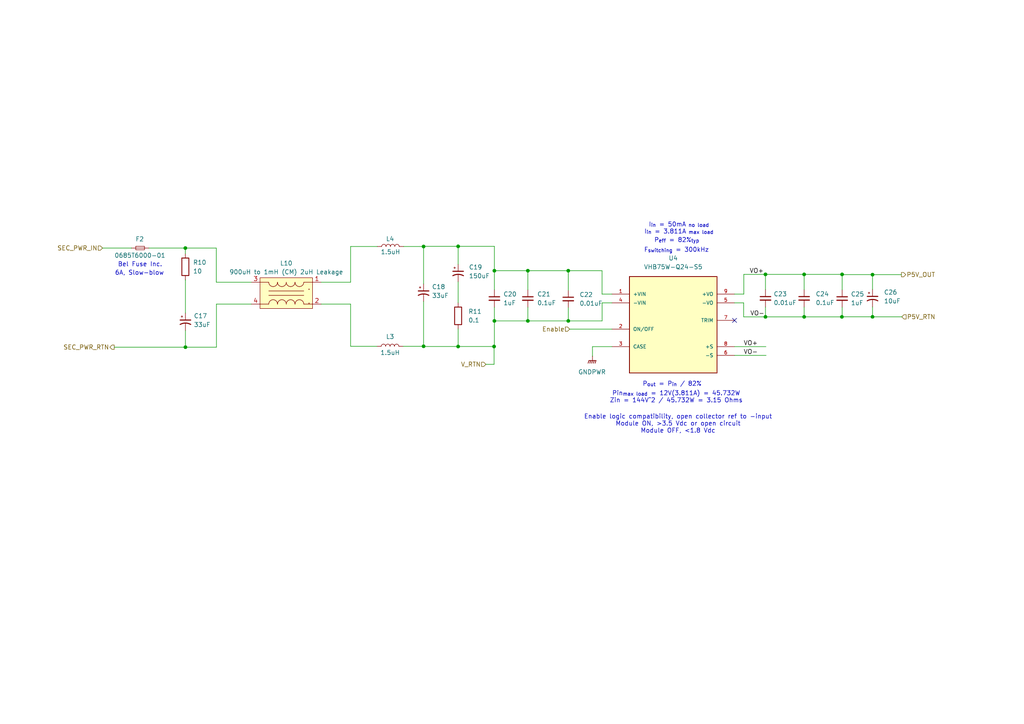
<source format=kicad_sch>
(kicad_sch
	(version 20250114)
	(generator "eeschema")
	(generator_version "9.0")
	(uuid "107ef12c-8a93-4d08-ad50-262a76d67106")
	(paper "A4")
	(lib_symbols
		(symbol "CUI:VHB75W-Q24-S5"
			(pin_names
				(offset 1.016)
			)
			(exclude_from_sim no)
			(in_bom yes)
			(on_board yes)
			(property "Reference" "U"
				(at -12.72 13.992 0)
				(effects
					(font
						(size 1.27 1.27)
					)
					(justify left bottom)
				)
			)
			(property "Value" "VHB75W-Q24-S5"
				(at -12.7476 -16.5719 0)
				(effects
					(font
						(size 1.27 1.27)
					)
					(justify left top)
				)
			)
			(property "Footprint" "VHB75W-Q24-S5:CONV_VHB75W-Q24-S5"
				(at 0 0 0)
				(effects
					(font
						(size 1.27 1.27)
					)
					(justify bottom)
					(hide yes)
				)
			)
			(property "Datasheet" ""
				(at 0 0 0)
				(effects
					(font
						(size 1.27 1.27)
					)
					(hide yes)
				)
			)
			(property "Description" ""
				(at 0 0 0)
				(effects
					(font
						(size 1.27 1.27)
					)
					(hide yes)
				)
			)
			(property "PARTREV" "1.06"
				(at 0 0 0)
				(effects
					(font
						(size 1.27 1.27)
					)
					(justify bottom)
					(hide yes)
				)
			)
			(property "MANUFACTURER" "CUI INC"
				(at 0 0 0)
				(effects
					(font
						(size 1.27 1.27)
					)
					(justify bottom)
					(hide yes)
				)
			)
			(property "STANDARD" "MANUFACTURER RECOMMENDATIONS"
				(at 0 0 0)
				(effects
					(font
						(size 1.27 1.27)
					)
					(justify bottom)
					(hide yes)
				)
			)
			(symbol "VHB75W-Q24-S5_0_0"
				(rectangle
					(start -12.7 -15.24)
					(end 12.7 12.7)
					(stroke
						(width 0.254)
						(type default)
					)
					(fill
						(type background)
					)
				)
				(pin input line
					(at -17.78 7.62 0)
					(length 5.08)
					(name "+VIN"
						(effects
							(font
								(size 1.016 1.016)
							)
						)
					)
					(number "1"
						(effects
							(font
								(size 1.016 1.016)
							)
						)
					)
				)
				(pin input line
					(at -17.78 5.08 0)
					(length 5.08)
					(name "-VIN"
						(effects
							(font
								(size 1.016 1.016)
							)
						)
					)
					(number "4"
						(effects
							(font
								(size 1.016 1.016)
							)
						)
					)
				)
				(pin input line
					(at -17.78 -2.54 0)
					(length 5.08)
					(name "ON/OFF"
						(effects
							(font
								(size 1.016 1.016)
							)
						)
					)
					(number "2"
						(effects
							(font
								(size 1.016 1.016)
							)
						)
					)
				)
				(pin passive line
					(at -17.78 -7.62 0)
					(length 5.08)
					(name "CASE"
						(effects
							(font
								(size 1.016 1.016)
							)
						)
					)
					(number "3"
						(effects
							(font
								(size 1.016 1.016)
							)
						)
					)
				)
				(pin output line
					(at 17.78 7.62 180)
					(length 5.08)
					(name "+VO"
						(effects
							(font
								(size 1.016 1.016)
							)
						)
					)
					(number "9"
						(effects
							(font
								(size 1.016 1.016)
							)
						)
					)
				)
				(pin output line
					(at 17.78 5.08 180)
					(length 5.08)
					(name "-VO"
						(effects
							(font
								(size 1.016 1.016)
							)
						)
					)
					(number "5"
						(effects
							(font
								(size 1.016 1.016)
							)
						)
					)
				)
				(pin passive line
					(at 17.78 0 180)
					(length 5.08)
					(name "TRIM"
						(effects
							(font
								(size 1.016 1.016)
							)
						)
					)
					(number "7"
						(effects
							(font
								(size 1.016 1.016)
							)
						)
					)
				)
				(pin output line
					(at 17.78 -7.62 180)
					(length 5.08)
					(name "+S"
						(effects
							(font
								(size 1.016 1.016)
							)
						)
					)
					(number "8"
						(effects
							(font
								(size 1.016 1.016)
							)
						)
					)
				)
				(pin output line
					(at 17.78 -10.16 180)
					(length 5.08)
					(name "-S"
						(effects
							(font
								(size 1.016 1.016)
							)
						)
					)
					(number "6"
						(effects
							(font
								(size 1.016 1.016)
							)
						)
					)
				)
			)
			(embedded_fonts no)
		)
		(symbol "CoilCraft:MSD1583-105"
			(exclude_from_sim no)
			(in_bom yes)
			(on_board yes)
			(property "Reference" "L"
				(at -3.81 -2.54 0)
				(effects
					(font
						(size 1.27 1.27)
					)
				)
			)
			(property "Value" "900uH to 1mH (CM) 2uH Leakage"
				(at 20.32 8.89 0)
				(effects
					(font
						(size 1.27 1.27)
					)
				)
			)
			(property "Footprint" "CoilCraft:MSD1583-105"
				(at 20.32 8.89 0)
				(effects
					(font
						(size 1.27 1.27)
					)
					(hide yes)
				)
			)
			(property "Datasheet" "https://www.coilcraft.com/getmedia/ad29d13c-1804-4028-bd90-ce6471403018/msd1583_cm.pdf"
				(at 20.32 8.89 0)
				(effects
					(font
						(size 1.27 1.27)
					)
					(hide yes)
				)
			)
			(property "Description" "Common Mode Chokes – MSD1583"
				(at 20.32 8.89 0)
				(effects
					(font
						(size 1.27 1.27)
					)
					(hide yes)
				)
			)
			(property "Manufacturer" "Coil Craft"
				(at 0 0 0)
				(effects
					(font
						(size 1.27 1.27)
					)
					(hide yes)
				)
			)
			(property "Man. Part Num" "MSD1583-105KE_"
				(at 0 0 0)
				(effects
					(font
						(size 1.27 1.27)
					)
					(hide yes)
				)
			)
			(property "Distributor" "Coil Craft"
				(at 0 0 0)
				(effects
					(font
						(size 1.27 1.27)
					)
					(hide yes)
				)
			)
			(property "Dist. Part Num" "MSD1583-105KE_"
				(at 0 0 0)
				(effects
					(font
						(size 1.27 1.27)
					)
					(hide yes)
				)
			)
			(property "Package" ""
				(at 0 0 0)
				(effects
					(font
						(size 1.27 1.27)
					)
					(hide yes)
				)
			)
			(property "Part Type" "SMD"
				(at 0 0 0)
				(effects
					(font
						(size 1.27 1.27)
					)
					(hide yes)
				)
			)
			(property "Notes" ""
				(at 0 0 0)
				(effects
					(font
						(size 1.27 1.27)
					)
					(hide yes)
				)
			)
			(symbol "MSD1583-105_0_1"
				(arc
					(start 6.35 6.35)
					(mid 5.452 6.722)
					(end 5.08 7.62)
					(stroke
						(width 0)
						(type default)
					)
					(fill
						(type none)
					)
				)
				(arc
					(start 7.62 7.62)
					(mid 7.248 6.722)
					(end 6.35 6.35)
					(stroke
						(width 0)
						(type default)
					)
					(fill
						(type none)
					)
				)
				(arc
					(start 5.0799 1.2701)
					(mid 5.4519 2.1681)
					(end 6.3499 2.5401)
					(stroke
						(width 0)
						(type default)
					)
					(fill
						(type none)
					)
				)
				(arc
					(start 6.3499 2.5401)
					(mid 7.248 2.1682)
					(end 7.6199 1.2701)
					(stroke
						(width 0)
						(type default)
					)
					(fill
						(type none)
					)
				)
				(arc
					(start 8.89 6.35)
					(mid 7.992 6.722)
					(end 7.62 7.62)
					(stroke
						(width 0)
						(type default)
					)
					(fill
						(type none)
					)
				)
				(arc
					(start 10.16 7.62)
					(mid 9.788 6.722)
					(end 8.89 6.35)
					(stroke
						(width 0)
						(type default)
					)
					(fill
						(type none)
					)
				)
				(arc
					(start 7.6199 1.2701)
					(mid 7.9919 2.1681)
					(end 8.8899 2.5401)
					(stroke
						(width 0)
						(type default)
					)
					(fill
						(type none)
					)
				)
				(arc
					(start 8.8899 2.5401)
					(mid 9.788 2.1682)
					(end 10.1599 1.2701)
					(stroke
						(width 0)
						(type default)
					)
					(fill
						(type none)
					)
				)
				(arc
					(start 11.43 6.35)
					(mid 10.532 6.722)
					(end 10.16 7.62)
					(stroke
						(width 0)
						(type default)
					)
					(fill
						(type none)
					)
				)
				(arc
					(start 12.7 7.62)
					(mid 12.328 6.722)
					(end 11.43 6.35)
					(stroke
						(width 0)
						(type default)
					)
					(fill
						(type none)
					)
				)
				(arc
					(start 10.1599 1.2701)
					(mid 10.5319 2.1681)
					(end 11.4299 2.5401)
					(stroke
						(width 0)
						(type default)
					)
					(fill
						(type none)
					)
				)
				(arc
					(start 11.4299 2.5401)
					(mid 12.328 2.1682)
					(end 12.6999 1.2701)
					(stroke
						(width 0)
						(type default)
					)
					(fill
						(type none)
					)
				)
				(arc
					(start 13.97 6.35)
					(mid 13.072 6.722)
					(end 12.7 7.62)
					(stroke
						(width 0)
						(type default)
					)
					(fill
						(type none)
					)
				)
				(arc
					(start 15.24 7.62)
					(mid 14.868 6.722)
					(end 13.97 6.35)
					(stroke
						(width 0)
						(type default)
					)
					(fill
						(type none)
					)
				)
				(arc
					(start 12.6999 1.2701)
					(mid 13.0719 2.1681)
					(end 13.9699 2.5401)
					(stroke
						(width 0)
						(type default)
					)
					(fill
						(type none)
					)
				)
				(arc
					(start 13.9699 2.5401)
					(mid 14.868 2.1682)
					(end 15.2399 1.2701)
					(stroke
						(width 0)
						(type default)
					)
					(fill
						(type none)
					)
				)
				(polyline
					(pts
						(xy 15.24 5.08) (xy 5.08 5.08)
					)
					(stroke
						(width 0)
						(type default)
					)
					(fill
						(type none)
					)
				)
			)
			(symbol "MSD1583-105_1_1"
				(polyline
					(pts
						(xy 5.08 7.62) (xy 2.54 7.62)
					)
					(stroke
						(width 0)
						(type default)
					)
					(fill
						(type none)
					)
				)
				(polyline
					(pts
						(xy 5.08 1.27) (xy 2.54 1.27)
					)
					(stroke
						(width 0)
						(type default)
					)
					(fill
						(type none)
					)
				)
				(polyline
					(pts
						(xy 15.24 7.62) (xy 17.78 7.62)
					)
					(stroke
						(width 0)
						(type default)
					)
					(fill
						(type none)
					)
				)
				(polyline
					(pts
						(xy 15.24 3.81) (xy 5.08 3.81)
					)
					(stroke
						(width 0)
						(type default)
					)
					(fill
						(type none)
					)
				)
				(polyline
					(pts
						(xy 15.24 1.27) (xy 17.78 1.27)
					)
					(stroke
						(width 0)
						(type default)
					)
					(fill
						(type none)
					)
				)
				(rectangle
					(start 17.78 0)
					(end 2.54 8.89)
					(stroke
						(width 0)
						(type default)
					)
					(fill
						(type background)
					)
				)
				(text "."
					(at 16.764 6.096 0)
					(effects
						(font
							(size 1.27 1.27)
						)
					)
				)
				(text "."
					(at 16.764 2.032 0)
					(effects
						(font
							(size 1.27 1.27)
						)
					)
				)
				(pin input line
					(at 0 7.62 0)
					(length 2.54)
					(name ""
						(effects
							(font
								(size 1.27 1.27)
							)
						)
					)
					(number "3"
						(effects
							(font
								(size 1.27 1.27)
							)
						)
					)
				)
				(pin input line
					(at 0 1.27 0)
					(length 2.54)
					(name ""
						(effects
							(font
								(size 1.27 1.27)
							)
						)
					)
					(number "4"
						(effects
							(font
								(size 1.27 1.27)
							)
						)
					)
				)
				(pin input line
					(at 20.32 7.62 180)
					(length 2.54)
					(name ""
						(effects
							(font
								(size 1.27 1.27)
							)
						)
					)
					(number "1"
						(effects
							(font
								(size 1.27 1.27)
							)
						)
					)
				)
				(pin input line
					(at 20.32 1.27 180)
					(length 2.54)
					(name ""
						(effects
							(font
								(size 1.27 1.27)
							)
						)
					)
					(number "2"
						(effects
							(font
								(size 1.27 1.27)
							)
						)
					)
				)
			)
			(embedded_fonts no)
		)
		(symbol "Device:C_Polarized_Small_US"
			(pin_numbers
				(hide yes)
			)
			(pin_names
				(offset 0.254)
				(hide yes)
			)
			(exclude_from_sim no)
			(in_bom yes)
			(on_board yes)
			(property "Reference" "C"
				(at 0.254 1.778 0)
				(effects
					(font
						(size 1.27 1.27)
					)
					(justify left)
				)
			)
			(property "Value" "C_Polarized_Small_US"
				(at 0.254 -2.032 0)
				(effects
					(font
						(size 1.27 1.27)
					)
					(justify left)
				)
			)
			(property "Footprint" ""
				(at 0 0 0)
				(effects
					(font
						(size 1.27 1.27)
					)
					(hide yes)
				)
			)
			(property "Datasheet" "~"
				(at 0 0 0)
				(effects
					(font
						(size 1.27 1.27)
					)
					(hide yes)
				)
			)
			(property "Description" "Polarized capacitor, small US symbol"
				(at 0 0 0)
				(effects
					(font
						(size 1.27 1.27)
					)
					(hide yes)
				)
			)
			(property "ki_keywords" "cap capacitor"
				(at 0 0 0)
				(effects
					(font
						(size 1.27 1.27)
					)
					(hide yes)
				)
			)
			(property "ki_fp_filters" "CP_*"
				(at 0 0 0)
				(effects
					(font
						(size 1.27 1.27)
					)
					(hide yes)
				)
			)
			(symbol "C_Polarized_Small_US_0_1"
				(polyline
					(pts
						(xy -1.524 0.508) (xy 1.524 0.508)
					)
					(stroke
						(width 0.3048)
						(type default)
					)
					(fill
						(type none)
					)
				)
				(polyline
					(pts
						(xy -1.27 1.524) (xy -0.762 1.524)
					)
					(stroke
						(width 0)
						(type default)
					)
					(fill
						(type none)
					)
				)
				(polyline
					(pts
						(xy -1.016 1.27) (xy -1.016 1.778)
					)
					(stroke
						(width 0)
						(type default)
					)
					(fill
						(type none)
					)
				)
				(arc
					(start -1.524 -0.762)
					(mid 0 -0.3734)
					(end 1.524 -0.762)
					(stroke
						(width 0.3048)
						(type default)
					)
					(fill
						(type none)
					)
				)
			)
			(symbol "C_Polarized_Small_US_1_1"
				(pin passive line
					(at 0 2.54 270)
					(length 2.032)
					(name "~"
						(effects
							(font
								(size 1.27 1.27)
							)
						)
					)
					(number "1"
						(effects
							(font
								(size 1.27 1.27)
							)
						)
					)
				)
				(pin passive line
					(at 0 -2.54 90)
					(length 2.032)
					(name "~"
						(effects
							(font
								(size 1.27 1.27)
							)
						)
					)
					(number "2"
						(effects
							(font
								(size 1.27 1.27)
							)
						)
					)
				)
			)
			(embedded_fonts no)
		)
		(symbol "Device:C_Small"
			(pin_numbers
				(hide yes)
			)
			(pin_names
				(offset 0.254)
				(hide yes)
			)
			(exclude_from_sim no)
			(in_bom yes)
			(on_board yes)
			(property "Reference" "C"
				(at 0.254 1.778 0)
				(effects
					(font
						(size 1.27 1.27)
					)
					(justify left)
				)
			)
			(property "Value" "C_Small"
				(at 0.254 -2.032 0)
				(effects
					(font
						(size 1.27 1.27)
					)
					(justify left)
				)
			)
			(property "Footprint" ""
				(at 0 0 0)
				(effects
					(font
						(size 1.27 1.27)
					)
					(hide yes)
				)
			)
			(property "Datasheet" "~"
				(at 0 0 0)
				(effects
					(font
						(size 1.27 1.27)
					)
					(hide yes)
				)
			)
			(property "Description" "Unpolarized capacitor, small symbol"
				(at 0 0 0)
				(effects
					(font
						(size 1.27 1.27)
					)
					(hide yes)
				)
			)
			(property "ki_keywords" "capacitor cap"
				(at 0 0 0)
				(effects
					(font
						(size 1.27 1.27)
					)
					(hide yes)
				)
			)
			(property "ki_fp_filters" "C_*"
				(at 0 0 0)
				(effects
					(font
						(size 1.27 1.27)
					)
					(hide yes)
				)
			)
			(symbol "C_Small_0_1"
				(polyline
					(pts
						(xy -1.524 0.508) (xy 1.524 0.508)
					)
					(stroke
						(width 0.3048)
						(type default)
					)
					(fill
						(type none)
					)
				)
				(polyline
					(pts
						(xy -1.524 -0.508) (xy 1.524 -0.508)
					)
					(stroke
						(width 0.3302)
						(type default)
					)
					(fill
						(type none)
					)
				)
			)
			(symbol "C_Small_1_1"
				(pin passive line
					(at 0 2.54 270)
					(length 2.032)
					(name "~"
						(effects
							(font
								(size 1.27 1.27)
							)
						)
					)
					(number "1"
						(effects
							(font
								(size 1.27 1.27)
							)
						)
					)
				)
				(pin passive line
					(at 0 -2.54 90)
					(length 2.032)
					(name "~"
						(effects
							(font
								(size 1.27 1.27)
							)
						)
					)
					(number "2"
						(effects
							(font
								(size 1.27 1.27)
							)
						)
					)
				)
			)
			(embedded_fonts no)
		)
		(symbol "Device:Fuse_Small"
			(pin_numbers
				(hide yes)
			)
			(pin_names
				(offset 0.254)
				(hide yes)
			)
			(exclude_from_sim no)
			(in_bom yes)
			(on_board yes)
			(property "Reference" "F"
				(at 0 -1.524 0)
				(effects
					(font
						(size 1.27 1.27)
					)
				)
			)
			(property "Value" "Fuse_Small"
				(at 0 1.524 0)
				(effects
					(font
						(size 1.27 1.27)
					)
				)
			)
			(property "Footprint" ""
				(at 0 0 0)
				(effects
					(font
						(size 1.27 1.27)
					)
					(hide yes)
				)
			)
			(property "Datasheet" "~"
				(at 0 0 0)
				(effects
					(font
						(size 1.27 1.27)
					)
					(hide yes)
				)
			)
			(property "Description" "Fuse, small symbol"
				(at 0 0 0)
				(effects
					(font
						(size 1.27 1.27)
					)
					(hide yes)
				)
			)
			(property "ki_keywords" "fuse"
				(at 0 0 0)
				(effects
					(font
						(size 1.27 1.27)
					)
					(hide yes)
				)
			)
			(property "ki_fp_filters" "*Fuse*"
				(at 0 0 0)
				(effects
					(font
						(size 1.27 1.27)
					)
					(hide yes)
				)
			)
			(symbol "Fuse_Small_0_1"
				(rectangle
					(start -1.27 0.508)
					(end 1.27 -0.508)
					(stroke
						(width 0)
						(type default)
					)
					(fill
						(type none)
					)
				)
				(polyline
					(pts
						(xy -1.27 0) (xy 1.27 0)
					)
					(stroke
						(width 0)
						(type default)
					)
					(fill
						(type none)
					)
				)
			)
			(symbol "Fuse_Small_1_1"
				(pin passive line
					(at -2.54 0 0)
					(length 1.27)
					(name "~"
						(effects
							(font
								(size 1.27 1.27)
							)
						)
					)
					(number "1"
						(effects
							(font
								(size 1.27 1.27)
							)
						)
					)
				)
				(pin passive line
					(at 2.54 0 180)
					(length 1.27)
					(name "~"
						(effects
							(font
								(size 1.27 1.27)
							)
						)
					)
					(number "2"
						(effects
							(font
								(size 1.27 1.27)
							)
						)
					)
				)
			)
			(embedded_fonts no)
		)
		(symbol "Device:L"
			(pin_numbers
				(hide yes)
			)
			(pin_names
				(offset 1.016)
				(hide yes)
			)
			(exclude_from_sim no)
			(in_bom yes)
			(on_board yes)
			(property "Reference" "L"
				(at -1.27 0 90)
				(effects
					(font
						(size 1.27 1.27)
					)
				)
			)
			(property "Value" "L"
				(at 1.905 0 90)
				(effects
					(font
						(size 1.27 1.27)
					)
				)
			)
			(property "Footprint" ""
				(at 0 0 0)
				(effects
					(font
						(size 1.27 1.27)
					)
					(hide yes)
				)
			)
			(property "Datasheet" "~"
				(at 0 0 0)
				(effects
					(font
						(size 1.27 1.27)
					)
					(hide yes)
				)
			)
			(property "Description" "Inductor"
				(at 0 0 0)
				(effects
					(font
						(size 1.27 1.27)
					)
					(hide yes)
				)
			)
			(property "ki_keywords" "inductor choke coil reactor magnetic"
				(at 0 0 0)
				(effects
					(font
						(size 1.27 1.27)
					)
					(hide yes)
				)
			)
			(property "ki_fp_filters" "Choke_* *Coil* Inductor_* L_*"
				(at 0 0 0)
				(effects
					(font
						(size 1.27 1.27)
					)
					(hide yes)
				)
			)
			(symbol "L_0_1"
				(arc
					(start 0 2.54)
					(mid 0.6323 1.905)
					(end 0 1.27)
					(stroke
						(width 0)
						(type default)
					)
					(fill
						(type none)
					)
				)
				(arc
					(start 0 1.27)
					(mid 0.6323 0.635)
					(end 0 0)
					(stroke
						(width 0)
						(type default)
					)
					(fill
						(type none)
					)
				)
				(arc
					(start 0 0)
					(mid 0.6323 -0.635)
					(end 0 -1.27)
					(stroke
						(width 0)
						(type default)
					)
					(fill
						(type none)
					)
				)
				(arc
					(start 0 -1.27)
					(mid 0.6323 -1.905)
					(end 0 -2.54)
					(stroke
						(width 0)
						(type default)
					)
					(fill
						(type none)
					)
				)
			)
			(symbol "L_1_1"
				(pin passive line
					(at 0 3.81 270)
					(length 1.27)
					(name "1"
						(effects
							(font
								(size 1.27 1.27)
							)
						)
					)
					(number "1"
						(effects
							(font
								(size 1.27 1.27)
							)
						)
					)
				)
				(pin passive line
					(at 0 -3.81 90)
					(length 1.27)
					(name "2"
						(effects
							(font
								(size 1.27 1.27)
							)
						)
					)
					(number "2"
						(effects
							(font
								(size 1.27 1.27)
							)
						)
					)
				)
			)
			(embedded_fonts no)
		)
		(symbol "Device:R"
			(pin_numbers
				(hide yes)
			)
			(pin_names
				(offset 0)
			)
			(exclude_from_sim no)
			(in_bom yes)
			(on_board yes)
			(property "Reference" "R"
				(at 2.032 0 90)
				(effects
					(font
						(size 1.27 1.27)
					)
				)
			)
			(property "Value" "R"
				(at 0 0 90)
				(effects
					(font
						(size 1.27 1.27)
					)
				)
			)
			(property "Footprint" ""
				(at -1.778 0 90)
				(effects
					(font
						(size 1.27 1.27)
					)
					(hide yes)
				)
			)
			(property "Datasheet" "~"
				(at 0 0 0)
				(effects
					(font
						(size 1.27 1.27)
					)
					(hide yes)
				)
			)
			(property "Description" "Resistor"
				(at 0 0 0)
				(effects
					(font
						(size 1.27 1.27)
					)
					(hide yes)
				)
			)
			(property "ki_keywords" "R res resistor"
				(at 0 0 0)
				(effects
					(font
						(size 1.27 1.27)
					)
					(hide yes)
				)
			)
			(property "ki_fp_filters" "R_*"
				(at 0 0 0)
				(effects
					(font
						(size 1.27 1.27)
					)
					(hide yes)
				)
			)
			(symbol "R_0_1"
				(rectangle
					(start -1.016 -2.54)
					(end 1.016 2.54)
					(stroke
						(width 0.254)
						(type default)
					)
					(fill
						(type none)
					)
				)
			)
			(symbol "R_1_1"
				(pin passive line
					(at 0 3.81 270)
					(length 1.27)
					(name "~"
						(effects
							(font
								(size 1.27 1.27)
							)
						)
					)
					(number "1"
						(effects
							(font
								(size 1.27 1.27)
							)
						)
					)
				)
				(pin passive line
					(at 0 -3.81 90)
					(length 1.27)
					(name "~"
						(effects
							(font
								(size 1.27 1.27)
							)
						)
					)
					(number "2"
						(effects
							(font
								(size 1.27 1.27)
							)
						)
					)
				)
			)
			(embedded_fonts no)
		)
		(symbol "power:GNDPWR"
			(power)
			(pin_numbers
				(hide yes)
			)
			(pin_names
				(offset 0)
				(hide yes)
			)
			(exclude_from_sim no)
			(in_bom yes)
			(on_board yes)
			(property "Reference" "#PWR"
				(at 0 -5.08 0)
				(effects
					(font
						(size 1.27 1.27)
					)
					(hide yes)
				)
			)
			(property "Value" "GNDPWR"
				(at 0 -3.302 0)
				(effects
					(font
						(size 1.27 1.27)
					)
				)
			)
			(property "Footprint" ""
				(at 0 -1.27 0)
				(effects
					(font
						(size 1.27 1.27)
					)
					(hide yes)
				)
			)
			(property "Datasheet" ""
				(at 0 -1.27 0)
				(effects
					(font
						(size 1.27 1.27)
					)
					(hide yes)
				)
			)
			(property "Description" "Power symbol creates a global label with name \"GNDPWR\" , global ground"
				(at 0 0 0)
				(effects
					(font
						(size 1.27 1.27)
					)
					(hide yes)
				)
			)
			(property "ki_keywords" "global ground"
				(at 0 0 0)
				(effects
					(font
						(size 1.27 1.27)
					)
					(hide yes)
				)
			)
			(symbol "GNDPWR_0_1"
				(polyline
					(pts
						(xy -1.016 -1.27) (xy -1.27 -2.032) (xy -1.27 -2.032)
					)
					(stroke
						(width 0.2032)
						(type default)
					)
					(fill
						(type none)
					)
				)
				(polyline
					(pts
						(xy -0.508 -1.27) (xy -0.762 -2.032) (xy -0.762 -2.032)
					)
					(stroke
						(width 0.2032)
						(type default)
					)
					(fill
						(type none)
					)
				)
				(polyline
					(pts
						(xy 0 -1.27) (xy 0 0)
					)
					(stroke
						(width 0)
						(type default)
					)
					(fill
						(type none)
					)
				)
				(polyline
					(pts
						(xy 0 -1.27) (xy -0.254 -2.032) (xy -0.254 -2.032)
					)
					(stroke
						(width 0.2032)
						(type default)
					)
					(fill
						(type none)
					)
				)
				(polyline
					(pts
						(xy 0.508 -1.27) (xy 0.254 -2.032) (xy 0.254 -2.032)
					)
					(stroke
						(width 0.2032)
						(type default)
					)
					(fill
						(type none)
					)
				)
				(polyline
					(pts
						(xy 1.016 -1.27) (xy -1.016 -1.27) (xy -1.016 -1.27)
					)
					(stroke
						(width 0.2032)
						(type default)
					)
					(fill
						(type none)
					)
				)
				(polyline
					(pts
						(xy 1.016 -1.27) (xy 0.762 -2.032) (xy 0.762 -2.032) (xy 0.762 -2.032)
					)
					(stroke
						(width 0.2032)
						(type default)
					)
					(fill
						(type none)
					)
				)
			)
			(symbol "GNDPWR_1_1"
				(pin power_in line
					(at 0 0 270)
					(length 0)
					(name "~"
						(effects
							(font
								(size 1.27 1.27)
							)
						)
					)
					(number "1"
						(effects
							(font
								(size 1.27 1.27)
							)
						)
					)
				)
			)
			(embedded_fonts no)
		)
	)
	(text "Enable logic compatibility, open collector ref to -input\nModule ON, >3.5 Vdc or open circuit\nModule OFF, <1.8 Vdc"
		(exclude_from_sim no)
		(at 196.6644 123.0177 0)
		(effects
			(font
				(size 1.27 1.27)
			)
		)
		(uuid "19f70e0b-8a85-475a-ac9e-13a5dea06abb")
	)
	(text "I_{in} = 50mA_{ no load}\nI_{in} = 3.811A_{ max load}"
		(exclude_from_sim no)
		(at 196.9185 66.2897 0)
		(effects
			(font
				(size 1.27 1.27)
			)
		)
		(uuid "524e7787-9044-428c-b6a6-d9b059fb78de")
	)
	(text "Pin_{max load} = 12V(3.811A) = 45.732W\nZin = 144V^2 / 45.732W = 3.15 Ohms"
		(exclude_from_sim no)
		(at 196.1395 115.2441 0)
		(effects
			(font
				(size 1.27 1.27)
			)
		)
		(uuid "566410c3-20fc-4b22-8d51-59e1da84a583")
	)
	(text "6A, Slow-blow"
		(exclude_from_sim no)
		(at 40.456 79.2685 0)
		(effects
			(font
				(size 1.27 1.27)
			)
		)
		(uuid "bcda8436-54c2-44fd-84fb-cf875f43e82a")
	)
	(text "F_{switching} = 300kHz"
		(exclude_from_sim no)
		(at 196.2054 72.6052 0)
		(effects
			(font
				(size 1.27 1.27)
			)
		)
		(uuid "c28f38ac-326c-41ce-8fec-ece1e2b78c9a")
	)
	(text "Bel Fuse Inc."
		(exclude_from_sim no)
		(at 40.6398 76.8059 0)
		(effects
			(font
				(size 1.27 1.27)
			)
		)
		(uuid "c342d367-0933-42b5-9130-4350fc0de744")
	)
	(text "P_{eff} = 82%_{typ}"
		(exclude_from_sim no)
		(at 196.2953 69.789 0)
		(effects
			(font
				(size 1.27 1.27)
			)
		)
		(uuid "eed6632f-c689-4cbf-bbaf-66c84b95656e")
	)
	(text "P_{out} = P_{in} / 82%"
		(exclude_from_sim no)
		(at 194.9531 111.4692 0)
		(effects
			(font
				(size 1.27 1.27)
			)
		)
		(uuid "faf33ad2-e28a-4027-9b81-f1a6ecb07c9c")
	)
	(junction
		(at 132.8796 100.5012)
		(diameter 0)
		(color 0 0 0 0)
		(uuid "1478cca8-175e-42de-b2a0-74f70e2b4df1")
	)
	(junction
		(at 122.8536 100.4415)
		(diameter 0)
		(color 0 0 0 0)
		(uuid "1485a164-5025-4d43-b0d0-300a14459634")
	)
	(junction
		(at 164.8202 78.5173)
		(diameter 0)
		(color 0 0 0 0)
		(uuid "31fd3755-d31e-41b1-9c99-b397937e805e")
	)
	(junction
		(at 253.0657 79.6564)
		(diameter 0)
		(color 0 0 0 0)
		(uuid "3e2fc426-2ea9-48c9-a1fe-0f3093601e23")
	)
	(junction
		(at 53.7829 100.7016)
		(diameter 0)
		(color 0 0 0 0)
		(uuid "428435ab-128f-47f8-a8e5-b50b8447551b")
	)
	(junction
		(at 244.2401 79.5839)
		(diameter 0)
		(color 0 0 0 0)
		(uuid "54033d74-ac3d-48c9-9a40-0cdc42b4d28e")
	)
	(junction
		(at 143.3929 93.0791)
		(diameter 0)
		(color 0 0 0 0)
		(uuid "54f349d1-9c9b-46af-b74e-d0ec2dbaa7b7")
	)
	(junction
		(at 222.0169 79.5839)
		(diameter 0)
		(color 0 0 0 0)
		(uuid "5b235d0c-fc81-49ee-bb0b-a767f09b5428")
	)
	(junction
		(at 122.8536 71.4956)
		(diameter 0)
		(color 0 0 0 0)
		(uuid "61cbe35f-3ed0-47c8-90dc-e90d7d360e74")
	)
	(junction
		(at 53.7554 71.9487)
		(diameter 0)
		(color 0 0 0 0)
		(uuid "68c5ad94-37be-4460-acb5-4e99ec3930ab")
	)
	(junction
		(at 153.0999 93.0791)
		(diameter 0)
		(color 0 0 0 0)
		(uuid "7717394a-d8b2-4d34-8237-d93e4f8e7fbe")
	)
	(junction
		(at 244.1849 91.9034)
		(diameter 0)
		(color 0 0 0 0)
		(uuid "79e1ef72-df29-4f30-8f64-2edef125d125")
	)
	(junction
		(at 233.2339 79.5839)
		(diameter 0)
		(color 0 0 0 0)
		(uuid "7b1d321b-ac22-4c60-805b-02fb08282962")
	)
	(junction
		(at 253.0657 91.8861)
		(diameter 0)
		(color 0 0 0 0)
		(uuid "8a96a281-6f60-44b9-9a77-56561e48497d")
	)
	(junction
		(at 164.8255 93.0791)
		(diameter 0)
		(color 0 0 0 0)
		(uuid "a8c1b3e7-c61a-43a2-8a0d-13d96b274c79")
	)
	(junction
		(at 132.8796 71.4486)
		(diameter 0)
		(color 0 0 0 0)
		(uuid "aaa9432b-fc5f-4845-bb8a-a7aad181abce")
	)
	(junction
		(at 153.0999 78.5173)
		(diameter 0)
		(color 0 0 0 0)
		(uuid "c4a0cab7-5d7e-4b7c-8370-b94bca0f7f2a")
	)
	(junction
		(at 143.3013 100.5012)
		(diameter 0)
		(color 0 0 0 0)
		(uuid "cc1cae25-f2ee-4787-bf22-8efe3d0465a4")
	)
	(junction
		(at 143.3929 78.5173)
		(diameter 0)
		(color 0 0 0 0)
		(uuid "d3aac05d-36a7-4bc1-b225-eaae73f3466f")
	)
	(junction
		(at 222.0169 91.9034)
		(diameter 0)
		(color 0 0 0 0)
		(uuid "d42e13b3-50f4-4474-9b61-4b19c6559410")
	)
	(junction
		(at 233.2339 91.9034)
		(diameter 0)
		(color 0 0 0 0)
		(uuid "eff95371-202e-4a87-8b16-9802b2f21159")
	)
	(no_connect
		(at 213.0424 92.9237)
		(uuid "b2a0c72e-97e4-4dad-ac56-e825ad23da84")
	)
	(wire
		(pts
			(xy 53.7829 100.7016) (xy 62.78 100.7016)
		)
		(stroke
			(width 0)
			(type default)
		)
		(uuid "003bbe2b-df67-466d-98df-3b357483e2bd")
	)
	(wire
		(pts
			(xy 93.1933 81.855) (xy 101.6878 81.855)
		)
		(stroke
			(width 0)
			(type default)
		)
		(uuid "0c69ec88-11bc-4bea-b970-04ef93cfbcae")
	)
	(wire
		(pts
			(xy 233.2339 79.5839) (xy 222.0169 79.5839)
		)
		(stroke
			(width 0)
			(type default)
		)
		(uuid "0dd2413c-e732-44f8-973a-674cd41b7b52")
	)
	(wire
		(pts
			(xy 222.0169 91.9034) (xy 215.6894 91.9034)
		)
		(stroke
			(width 0)
			(type default)
		)
		(uuid "10926d9d-47ea-4a4e-80ac-1bbfd7098dee")
	)
	(wire
		(pts
			(xy 122.8536 71.4486) (xy 132.8796 71.4486)
		)
		(stroke
			(width 0)
			(type default)
		)
		(uuid "125f9e1a-75e7-467a-b19c-8a2da80c80c8")
	)
	(wire
		(pts
			(xy 101.6878 88.205) (xy 101.6878 100.4415)
		)
		(stroke
			(width 0)
			(type default)
		)
		(uuid "1263debc-9847-497b-9129-084a249e74ba")
	)
	(wire
		(pts
			(xy 244.2591 84.0425) (xy 244.2591 79.5839)
		)
		(stroke
			(width 0)
			(type default)
		)
		(uuid "13afaf09-08f8-49b7-8dd1-e69a143fd126")
	)
	(wire
		(pts
			(xy 233.2339 83.9946) (xy 233.2339 79.5839)
		)
		(stroke
			(width 0)
			(type default)
		)
		(uuid "13c00683-77b6-4053-a9eb-926326eafc57")
	)
	(wire
		(pts
			(xy 261.4462 79.6564) (xy 253.0657 79.6564)
		)
		(stroke
			(width 0)
			(type default)
		)
		(uuid "1708397b-9c7e-45c5-ac40-94934f010e75")
	)
	(wire
		(pts
			(xy 244.2591 91.9034) (xy 244.1849 91.9034)
		)
		(stroke
			(width 0)
			(type default)
		)
		(uuid "21e6c5d9-527f-443b-8b89-29e07c3c8723")
	)
	(wire
		(pts
			(xy 62.78 88.205) (xy 72.8733 88.205)
		)
		(stroke
			(width 0)
			(type default)
		)
		(uuid "242b11a1-faea-4f86-9dab-5a0b931f02c2")
	)
	(wire
		(pts
			(xy 164.8202 84.185) (xy 164.8202 78.5173)
		)
		(stroke
			(width 0)
			(type default)
		)
		(uuid "27188994-5835-426b-a765-9da18c374e2a")
	)
	(wire
		(pts
			(xy 253.0657 79.6564) (xy 253.0657 83.9386)
		)
		(stroke
			(width 0)
			(type default)
		)
		(uuid "297b3d7d-00b1-4a9a-a402-ca38a22b71b8")
	)
	(wire
		(pts
			(xy 93.1933 88.205) (xy 101.6878 88.205)
		)
		(stroke
			(width 0)
			(type default)
		)
		(uuid "2a4cfa79-bd30-462e-ac84-faba2ff1ca60")
	)
	(wire
		(pts
			(xy 261.5564 91.8964) (xy 253.0657 91.8964)
		)
		(stroke
			(width 0)
			(type default)
		)
		(uuid "2cbae2e7-8c79-4702-97e7-1ea74c8300c8")
	)
	(wire
		(pts
			(xy 38.1054 71.9518) (xy 38.1054 71.9487)
		)
		(stroke
			(width 0)
			(type default)
		)
		(uuid "2cdbca34-0dc7-4d07-a7c3-82216fd34de6")
	)
	(wire
		(pts
			(xy 153.0999 78.5173) (xy 164.8202 78.5173)
		)
		(stroke
			(width 0)
			(type default)
		)
		(uuid "2f335fab-7457-40d8-b59e-c8772edf084d")
	)
	(wire
		(pts
			(xy 222.0169 89.0746) (xy 222.0169 91.9034)
		)
		(stroke
			(width 0)
			(type default)
		)
		(uuid "30cd015b-51bb-4bea-981e-3e9cc1bf4ff0")
	)
	(wire
		(pts
			(xy 164.8255 93.0791) (xy 174.6363 93.0791)
		)
		(stroke
			(width 0)
			(type default)
		)
		(uuid "34aecabe-14e1-4a55-8f45-e6215c0ea048")
	)
	(wire
		(pts
			(xy 174.6363 93.0791) (xy 174.6363 87.8437)
		)
		(stroke
			(width 0)
			(type default)
		)
		(uuid "351fe11d-f767-4762-8cfe-58c8013256e8")
	)
	(wire
		(pts
			(xy 233.2339 91.9034) (xy 222.0169 91.9034)
		)
		(stroke
			(width 0)
			(type default)
		)
		(uuid "3632a0be-4f3e-4cea-8076-3e3d4bcb14a9")
	)
	(wire
		(pts
			(xy 122.8536 87.4325) (xy 122.8536 100.4415)
		)
		(stroke
			(width 0)
			(type default)
		)
		(uuid "3d700b8c-4a0d-4830-b007-c138e1d31953")
	)
	(wire
		(pts
			(xy 143.3929 84.0412) (xy 143.3929 78.5173)
		)
		(stroke
			(width 0)
			(type default)
		)
		(uuid "4069c007-8cec-457b-9ac0-7db92be8b8af")
	)
	(wire
		(pts
			(xy 177.4824 95.4637) (xy 165.2277 95.4637)
		)
		(stroke
			(width 0)
			(type default)
		)
		(uuid "43f1af42-fec5-4139-9128-ebd7dcd01782")
	)
	(wire
		(pts
			(xy 122.8536 71.4486) (xy 122.8536 71.4956)
		)
		(stroke
			(width 0)
			(type default)
		)
		(uuid "4af60318-dafc-48f5-8303-0accc9682163")
	)
	(wire
		(pts
			(xy 53.7829 95.8736) (xy 53.7829 100.7016)
		)
		(stroke
			(width 0)
			(type default)
		)
		(uuid "4f294208-d0e0-4e62-a52e-a634e436ad65")
	)
	(wire
		(pts
			(xy 215.6894 91.9034) (xy 215.6894 87.8437)
		)
		(stroke
			(width 0)
			(type default)
		)
		(uuid "51bb1106-9890-47d6-9094-d36856edc58f")
	)
	(wire
		(pts
			(xy 62.7323 71.9487) (xy 62.7323 81.855)
		)
		(stroke
			(width 0)
			(type default)
		)
		(uuid "52dc763f-e2e6-4fcb-9843-f27ecbaab4e3")
	)
	(wire
		(pts
			(xy 132.8796 95.4245) (xy 132.8796 100.5012)
		)
		(stroke
			(width 0)
			(type default)
		)
		(uuid "58fbc51f-5c9a-43d5-b373-09978a07fc56")
	)
	(wire
		(pts
			(xy 122.8536 100.4415) (xy 122.8536 100.5012)
		)
		(stroke
			(width 0)
			(type default)
		)
		(uuid "59523814-ab97-401f-9975-66cfdf208d30")
	)
	(wire
		(pts
			(xy 215.7373 79.5839) (xy 215.7373 85.3037)
		)
		(stroke
			(width 0)
			(type default)
		)
		(uuid "5a2b9b11-bff3-46cf-bbd9-b30a8d19030c")
	)
	(wire
		(pts
			(xy 143.3929 100.5012) (xy 143.3929 93.0791)
		)
		(stroke
			(width 0)
			(type default)
		)
		(uuid "5ce68e7e-d390-4a6f-980d-7674ac56038d")
	)
	(wire
		(pts
			(xy 143.3013 100.5012) (xy 143.3929 100.5012)
		)
		(stroke
			(width 0)
			(type default)
		)
		(uuid "5d90fdc9-9c84-46d8-b510-3389a338f6f7")
	)
	(wire
		(pts
			(xy 244.1849 91.8861) (xy 244.1849 91.9034)
		)
		(stroke
			(width 0)
			(type default)
		)
		(uuid "610d3f34-a1e2-4ea9-a790-02bd9cdc87b7")
	)
	(wire
		(pts
			(xy 53.7829 81.1953) (xy 53.7554 81.1953)
		)
		(stroke
			(width 0)
			(type default)
		)
		(uuid "66926190-df6c-489e-93de-fb992b435ffd")
	)
	(wire
		(pts
			(xy 101.6878 81.855) (xy 101.6878 71.4956)
		)
		(stroke
			(width 0)
			(type default)
		)
		(uuid "67dd15e9-d22d-4dae-b3b1-44d07e5513b1")
	)
	(wire
		(pts
			(xy 153.0999 84.0412) (xy 153.0999 78.5173)
		)
		(stroke
			(width 0)
			(type default)
		)
		(uuid "68c6f355-351b-4664-b8fd-33cbb1968e66")
	)
	(wire
		(pts
			(xy 174.6363 87.8437) (xy 177.4824 87.8437)
		)
		(stroke
			(width 0)
			(type default)
		)
		(uuid "691dc42e-d886-4599-9228-f9c29de6d5b8")
	)
	(wire
		(pts
			(xy 213.0424 100.5437) (xy 222.1607 100.5437)
		)
		(stroke
			(width 0)
			(type default)
		)
		(uuid "6e2f2fef-158f-42de-a6a0-597674dfb463")
	)
	(wire
		(pts
			(xy 143.3929 71.4486) (xy 143.3929 78.5173)
		)
		(stroke
			(width 0)
			(type default)
		)
		(uuid "6f7cc82a-3882-455f-9c99-399d279fc3ee")
	)
	(wire
		(pts
			(xy 171.8428 103.3108) (xy 171.8428 100.5437)
		)
		(stroke
			(width 0)
			(type default)
		)
		(uuid "7ff1ce2f-42e7-4482-b594-70bb04536274")
	)
	(wire
		(pts
			(xy 143.3013 105.6741) (xy 140.9285 105.6741)
		)
		(stroke
			(width 0)
			(type default)
		)
		(uuid "818bd7fd-4dff-40ff-a97d-05172a689c47")
	)
	(wire
		(pts
			(xy 222.0169 83.9946) (xy 222.0169 79.5839)
		)
		(stroke
			(width 0)
			(type default)
		)
		(uuid "86cc9b65-621a-42b5-8371-6f922bb514dd")
	)
	(wire
		(pts
			(xy 164.8255 89.265) (xy 164.8202 89.265)
		)
		(stroke
			(width 0)
			(type default)
		)
		(uuid "881c43ac-1462-454c-9c48-6762f5788ac6")
	)
	(wire
		(pts
			(xy 244.2591 79.5839) (xy 244.2401 79.5839)
		)
		(stroke
			(width 0)
			(type default)
		)
		(uuid "88cb6eba-de27-4735-9f0d-888791c39dbd")
	)
	(wire
		(pts
			(xy 253.0657 79.6462) (xy 253.0657 79.6564)
		)
		(stroke
			(width 0)
			(type default)
		)
		(uuid "8aa97a46-fdce-441d-9f92-cd8d9b0ffb79")
	)
	(wire
		(pts
			(xy 43.1854 71.9487) (xy 53.7554 71.9487)
		)
		(stroke
			(width 0)
			(type default)
		)
		(uuid "8ea3f862-2ad0-4e48-ac95-fc84accf07c1")
	)
	(wire
		(pts
			(xy 62.78 100.7016) (xy 62.78 88.205)
		)
		(stroke
			(width 0)
			(type default)
		)
		(uuid "92705605-82dc-4e8f-8ff8-8b5edaeaaf7a")
	)
	(wire
		(pts
			(xy 164.8202 78.5173) (xy 174.6204 78.5173)
		)
		(stroke
			(width 0)
			(type default)
		)
		(uuid "9464525e-c1d6-4343-ab86-2c6094455540")
	)
	(wire
		(pts
			(xy 244.1849 91.8861) (xy 253.0657 91.8861)
		)
		(stroke
			(width 0)
			(type default)
		)
		(uuid "96736c7c-e2c0-44cc-b91a-e2b4da165e97")
	)
	(wire
		(pts
			(xy 143.3929 78.5173) (xy 153.0999 78.5173)
		)
		(stroke
			(width 0)
			(type default)
		)
		(uuid "97700a3e-7b0c-43cd-bc6f-49f3ba3135cf")
	)
	(wire
		(pts
			(xy 244.2401 79.5839) (xy 233.2339 79.5839)
		)
		(stroke
			(width 0)
			(type default)
		)
		(uuid "997687ec-413e-4318-a506-d1a6a313b8ae")
	)
	(wire
		(pts
			(xy 101.6878 71.4956) (xy 109.4281 71.4956)
		)
		(stroke
			(width 0)
			(type default)
		)
		(uuid "9af34163-72b4-429b-a8da-07bb067867d2")
	)
	(wire
		(pts
			(xy 153.0999 89.1212) (xy 153.0999 93.0791)
		)
		(stroke
			(width 0)
			(type default)
		)
		(uuid "a0c06175-c651-4272-b21f-e1b9f64a78fd")
	)
	(wire
		(pts
			(xy 215.7373 85.3037) (xy 213.0424 85.3037)
		)
		(stroke
			(width 0)
			(type default)
		)
		(uuid "a65b0d31-88a3-49b1-9c81-bf62c39ac1ce")
	)
	(wire
		(pts
			(xy 132.8796 71.4486) (xy 143.3929 71.4486)
		)
		(stroke
			(width 0)
			(type default)
		)
		(uuid "a743134d-0a20-4e64-9842-6e31b5c3e30b")
	)
	(wire
		(pts
			(xy 132.8796 76.6559) (xy 132.8796 71.4486)
		)
		(stroke
			(width 0)
			(type default)
		)
		(uuid "a8018f21-4319-4b73-ac3c-5f2fcc05f7b8")
	)
	(wire
		(pts
			(xy 62.7323 81.855) (xy 72.8733 81.855)
		)
		(stroke
			(width 0)
			(type default)
		)
		(uuid "a8380fdc-f97a-4e26-9948-89e9f5fd2267")
	)
	(wire
		(pts
			(xy 244.1849 91.9034) (xy 233.2339 91.9034)
		)
		(stroke
			(width 0)
			(type default)
		)
		(uuid "a88c225e-0174-49fc-820b-a140304ae1ab")
	)
	(wire
		(pts
			(xy 143.3013 100.5012) (xy 143.3013 105.6741)
		)
		(stroke
			(width 0)
			(type default)
		)
		(uuid "af0e8865-e4b7-4e6d-a99e-4f1a37492d53")
	)
	(wire
		(pts
			(xy 143.3929 93.0791) (xy 153.0999 93.0791)
		)
		(stroke
			(width 0)
			(type default)
		)
		(uuid "b02f9d2a-81c1-45d4-ae9f-0eb3fc5e4fcc")
	)
	(wire
		(pts
			(xy 153.0999 93.0791) (xy 164.8255 93.0791)
		)
		(stroke
			(width 0)
			(type default)
		)
		(uuid "b33fa555-a73e-4dc5-8b0c-084ee58127b6")
	)
	(wire
		(pts
			(xy 53.7829 90.7936) (xy 53.7829 81.1953)
		)
		(stroke
			(width 0)
			(type default)
		)
		(uuid "b35ffb3f-693b-4ae9-adf2-53056f4b9bae")
	)
	(wire
		(pts
			(xy 117.0481 71.4956) (xy 122.8536 71.4956)
		)
		(stroke
			(width 0)
			(type default)
		)
		(uuid "bbd39a80-c363-43b3-be88-450085138e35")
	)
	(wire
		(pts
			(xy 122.8536 100.5012) (xy 132.8796 100.5012)
		)
		(stroke
			(width 0)
			(type default)
		)
		(uuid "be2b4661-23d6-4093-aa0d-a82b08460e8a")
	)
	(wire
		(pts
			(xy 122.8536 71.4956) (xy 122.8536 82.3525)
		)
		(stroke
			(width 0)
			(type default)
		)
		(uuid "bed1072d-ce6e-424d-a600-500edc86bb77")
	)
	(wire
		(pts
			(xy 174.6204 85.3037) (xy 177.4824 85.3037)
		)
		(stroke
			(width 0)
			(type default)
		)
		(uuid "c6cbf583-518d-4e0c-a2c0-737e72e6b3ee")
	)
	(wire
		(pts
			(xy 53.7554 71.9487) (xy 53.7554 73.5753)
		)
		(stroke
			(width 0)
			(type default)
		)
		(uuid "c7809131-06ec-412f-9ffe-02867e081b71")
	)
	(wire
		(pts
			(xy 33.1256 100.7016) (xy 53.7829 100.7016)
		)
		(stroke
			(width 0)
			(type default)
		)
		(uuid "c798b358-5108-4291-9bad-e97ae55d4e09")
	)
	(wire
		(pts
			(xy 174.6204 78.5173) (xy 174.6204 85.3037)
		)
		(stroke
			(width 0)
			(type default)
		)
		(uuid "c7d60c73-c62a-45df-ad88-11633f07441c")
	)
	(wire
		(pts
			(xy 116.9379 100.4415) (xy 122.8536 100.4415)
		)
		(stroke
			(width 0)
			(type default)
		)
		(uuid "c869d571-fde8-4aef-8fa0-b56e6264fe0c")
	)
	(wire
		(pts
			(xy 164.8255 93.0791) (xy 164.8255 89.265)
		)
		(stroke
			(width 0)
			(type default)
		)
		(uuid "cbf934f6-ca86-4a43-94f0-1d526147921f")
	)
	(wire
		(pts
			(xy 244.2401 79.6462) (xy 253.0657 79.6462)
		)
		(stroke
			(width 0)
			(type default)
		)
		(uuid "ce4b43a8-d466-4fa1-a531-9d22aa688a1a")
	)
	(wire
		(pts
			(xy 233.2339 89.0746) (xy 233.2339 91.9034)
		)
		(stroke
			(width 0)
			(type default)
		)
		(uuid "ceb8f991-e195-4c83-98bc-2b74c16540eb")
	)
	(wire
		(pts
			(xy 143.3929 89.1212) (xy 143.3929 93.0791)
		)
		(stroke
			(width 0)
			(type default)
		)
		(uuid "cfafc84b-8575-48a7-abdf-044531ab72cf")
	)
	(wire
		(pts
			(xy 132.8796 100.5012) (xy 143.3013 100.5012)
		)
		(stroke
			(width 0)
			(type default)
		)
		(uuid "d274373e-0081-4da0-9a24-232ec576783b")
	)
	(wire
		(pts
			(xy 222.0169 79.5839) (xy 215.7373 79.5839)
		)
		(stroke
			(width 0)
			(type default)
		)
		(uuid "d367d4a7-4ef8-4ea9-962c-328a8bdf02cf")
	)
	(wire
		(pts
			(xy 101.6878 100.4415) (xy 109.3179 100.4415)
		)
		(stroke
			(width 0)
			(type default)
		)
		(uuid "da19edca-f929-4b7c-8306-b4a90d5e243f")
	)
	(wire
		(pts
			(xy 253.0657 89.0186) (xy 253.0657 91.8861)
		)
		(stroke
			(width 0)
			(type default)
		)
		(uuid "dd0e0d47-00df-48b4-9aaf-709813a03a90")
	)
	(wire
		(pts
			(xy 215.6894 87.8437) (xy 213.0424 87.8437)
		)
		(stroke
			(width 0)
			(type default)
		)
		(uuid "de320592-b332-4777-9217-337f866dbbb6")
	)
	(wire
		(pts
			(xy 29.7409 71.9518) (xy 38.1054 71.9518)
		)
		(stroke
			(width 0)
			(type default)
		)
		(uuid "e6053911-c812-4cb3-a427-39f58ccedf10")
	)
	(wire
		(pts
			(xy 53.7554 71.9487) (xy 62.7323 71.9487)
		)
		(stroke
			(width 0)
			(type default)
		)
		(uuid "e9c02d51-4b1b-44a0-a2c7-6e60890f5562")
	)
	(wire
		(pts
			(xy 253.0657 91.8964) (xy 253.0657 91.8861)
		)
		(stroke
			(width 0)
			(type default)
		)
		(uuid "ecbff258-bb9d-4e36-be9f-01ba1bad6698")
	)
	(wire
		(pts
			(xy 132.8796 81.7359) (xy 132.8796 87.8045)
		)
		(stroke
			(width 0)
			(type default)
		)
		(uuid "f0daa78c-d4d9-42b2-8a21-d405e5482061")
	)
	(wire
		(pts
			(xy 171.8428 100.5437) (xy 177.4824 100.5437)
		)
		(stroke
			(width 0)
			(type default)
		)
		(uuid "f3817204-01cb-4cdb-a3fe-48f6ac77eab6")
	)
	(wire
		(pts
			(xy 244.2591 89.1225) (xy 244.2591 91.9034)
		)
		(stroke
			(width 0)
			(type default)
		)
		(uuid "f4193913-bc15-42f3-b1ec-ef2e509a8dfd")
	)
	(wire
		(pts
			(xy 244.2401 79.6462) (xy 244.2401 79.5839)
		)
		(stroke
			(width 0)
			(type default)
		)
		(uuid "f7d711a7-d5b0-4cb1-b202-0423f7e33f72")
	)
	(wire
		(pts
			(xy 213.0424 103.0837) (xy 222.2086 103.0837)
		)
		(stroke
			(width 0)
			(type default)
		)
		(uuid "fbbb4c68-ca4b-495f-b9c7-46460658f75c")
	)
	(label "VO-"
		(at 217.5588 91.9034 0)
		(effects
			(font
				(size 1.27 1.27)
			)
			(justify left bottom)
		)
		(uuid "5bec5c2b-4ca7-4608-9197-f6945d37a473")
	)
	(label "VO+"
		(at 215.6414 100.5437 0)
		(effects
			(font
				(size 1.27 1.27)
			)
			(justify left bottom)
		)
		(uuid "84b6d516-f5e6-45c3-952f-ba1e7bc4aac4")
	)
	(label "VO+"
		(at 217.3671 79.5839 0)
		(effects
			(font
				(size 1.27 1.27)
			)
			(justify left bottom)
		)
		(uuid "a39b8d5e-ec8c-4a1a-b1a9-311bea633412")
	)
	(label "VO-"
		(at 215.6414 103.0837 0)
		(effects
			(font
				(size 1.27 1.27)
			)
			(justify left bottom)
		)
		(uuid "f0cfaab9-0686-40b9-9dbf-1b0befc17f9c")
	)
	(hierarchical_label "P5V_OUT"
		(shape output)
		(at 261.4462 79.6564 0)
		(effects
			(font
				(size 1.27 1.27)
			)
			(justify left)
		)
		(uuid "07c51323-9d39-43e2-adad-aeb1074c106d")
	)
	(hierarchical_label "P5V_RTN"
		(shape input)
		(at 261.5564 91.8964 0)
		(effects
			(font
				(size 1.27 1.27)
			)
			(justify left)
		)
		(uuid "3725a46b-cd45-4a60-b2de-d1ed4fdb9c8d")
	)
	(hierarchical_label "V_RTN"
		(shape input)
		(at 140.9285 105.6741 180)
		(effects
			(font
				(size 1.27 1.27)
			)
			(justify right)
		)
		(uuid "51962e95-2186-4cb8-a93f-77349f41646c")
	)
	(hierarchical_label "Enable"
		(shape input)
		(at 165.2277 95.4637 180)
		(effects
			(font
				(size 1.27 1.27)
			)
			(justify right)
		)
		(uuid "71cabfeb-4a11-42e9-ad0d-101dfedaf27c")
	)
	(hierarchical_label "SEC_PWR_RTN"
		(shape output)
		(at 33.1256 100.7016 180)
		(effects
			(font
				(size 1.27 1.27)
			)
			(justify right)
		)
		(uuid "a637e14b-9a54-4022-a87e-2fdd30b859ba")
	)
	(hierarchical_label "SEC_PWR_IN"
		(shape input)
		(at 29.7409 71.9518 180)
		(effects
			(font
				(size 1.27 1.27)
			)
			(justify right)
		)
		(uuid "b5ce08db-3b63-4a39-b9b8-d46cdfde8c85")
	)
	(symbol
		(lib_id "Device:C_Small")
		(at 233.2339 86.5346 0)
		(unit 1)
		(exclude_from_sim no)
		(in_bom yes)
		(on_board yes)
		(dnp no)
		(fields_autoplaced yes)
		(uuid "3f4f0969-baad-4a11-8ae0-f0fbb22d6fcf")
		(property "Reference" "C14"
			(at 236.5556 85.2708 0)
			(effects
				(font
					(size 1.27 1.27)
				)
				(justify left)
			)
		)
		(property "Value" "0.1uF"
			(at 236.5556 87.8108 0)
			(effects
				(font
					(size 1.27 1.27)
				)
				(justify left)
			)
		)
		(property "Footprint" "Capacitor_SMD:C_0805_2012Metric"
			(at 233.2339 86.5346 0)
			(effects
				(font
					(size 1.27 1.27)
				)
				(hide yes)
			)
		)
		(property "Datasheet" "https://www.yageo.com/upload/media/product/productsearch/datasheet/mlcc/UPY-GPHC_X7R_6.3V-to-250V_24.pdf"
			(at 233.2339 86.5346 0)
			(effects
				(font
					(size 1.27 1.27)
				)
				(hide yes)
			)
		)
		(property "Description" "0.1 µF ±10% 50V Ceramic Capacitor X7R 0805 (2012 Metric)"
			(at 233.2339 86.5346 0)
			(effects
				(font
					(size 1.27 1.27)
				)
				(hide yes)
			)
		)
		(property "Dist. Part Num" "311-1140-1-ND"
			(at 233.2339 86.5346 0)
			(effects
				(font
					(size 1.27 1.27)
				)
				(hide yes)
			)
		)
		(property "Distributor" "Digi-Key"
			(at 233.2339 86.5346 0)
			(effects
				(font
					(size 1.27 1.27)
				)
				(hide yes)
			)
		)
		(property "Man. Part Num" "CC0805KRX7R9BB104"
			(at 233.2339 86.5346 0)
			(effects
				(font
					(size 1.27 1.27)
				)
				(hide yes)
			)
		)
		(property "Manufacturer" "YAGEO"
			(at 233.2339 86.5346 0)
			(effects
				(font
					(size 1.27 1.27)
				)
				(hide yes)
			)
		)
		(property "Package" "0805 (2012 Metric)"
			(at 233.2339 86.5346 0)
			(effects
				(font
					(size 1.27 1.27)
				)
				(hide yes)
			)
		)
		(property "Part Type" "SMD"
			(at 233.2339 86.5346 0)
			(effects
				(font
					(size 1.27 1.27)
				)
				(hide yes)
			)
		)
		(pin "2"
			(uuid "e106ccd0-6299-4dc0-ac4e-7afff9764f0a")
		)
		(pin "1"
			(uuid "b30a30ad-75e6-4f12-9db8-ef89f6626d89")
		)
		(instances
			(project "CAEN_NEVIS_DAQ_PM5V"
				(path "/ae14f75f-f9e2-4d62-a3b7-befabe493169/caae66c9-95cb-46a9-ae5d-6a8ce43be9f2/dc070ddb-739d-4b68-8123-770fad789724"
					(reference "C24")
					(unit 1)
				)
				(path "/ae14f75f-f9e2-4d62-a3b7-befabe493169/caae66c9-95cb-46a9-ae5d-6a8ce43be9f2/f46e6fd8-b6c7-474a-aa61-3b45dd4098c6"
					(reference "C14")
					(unit 1)
				)
			)
		)
	)
	(symbol
		(lib_id "Device:Fuse_Small")
		(at 40.6454 71.9487 0)
		(unit 1)
		(exclude_from_sim no)
		(in_bom yes)
		(on_board yes)
		(dnp no)
		(uuid "6436d84b-0968-4b97-b876-3ef598b0541e")
		(property "Reference" "F1"
			(at 40.5296 69.3443 0)
			(effects
				(font
					(size 1.27 1.27)
				)
			)
		)
		(property "Value" "0685T6000-01"
			(at 40.6031 74.0859 0)
			(effects
				(font
					(size 1.27 1.27)
				)
			)
		)
		(property "Footprint" "Resistor_SMD:R_1206_3216Metric"
			(at 40.6454 71.9487 0)
			(effects
				(font
					(size 1.27 1.27)
				)
				(hide yes)
			)
		)
		(property "Datasheet" "https://www.belfuse.com/media/datasheets/products/circuit-protection/ds-cp-c1t-series.pdf"
			(at 40.6454 71.9487 0)
			(effects
				(font
					(size 1.27 1.27)
				)
				(hide yes)
			)
		)
		(property "Description" "6 A 63 V AC 63 V DC Fuse Board Mount (Cartridge Style Excluded) Surface Mount 1206 (3216 Metric)"
			(at 40.6454 71.9487 0)
			(effects
				(font
					(size 1.27 1.27)
				)
				(hide yes)
			)
		)
		(property "Dist. Part Num" "5923-0685T6000-01CT-ND"
			(at 40.6454 71.9487 0)
			(effects
				(font
					(size 1.27 1.27)
				)
				(hide yes)
			)
		)
		(property "Distributor" "Digi-Key"
			(at 40.6454 71.9487 0)
			(effects
				(font
					(size 1.27 1.27)
				)
				(hide yes)
			)
		)
		(property "Man. Part Num" "0685T6000-01"
			(at 40.6454 71.9487 0)
			(effects
				(font
					(size 1.27 1.27)
				)
				(hide yes)
			)
		)
		(property "Manufacturer" "Bel Fuse Inc."
			(at 40.6454 71.9487 0)
			(effects
				(font
					(size 1.27 1.27)
				)
				(hide yes)
			)
		)
		(property "Package" "1206 (3216 Metric)"
			(at 40.6454 71.9487 0)
			(effects
				(font
					(size 1.27 1.27)
				)
				(hide yes)
			)
		)
		(property "Part Type" "SMD"
			(at 40.6454 71.9487 0)
			(effects
				(font
					(size 1.27 1.27)
				)
				(hide yes)
			)
		)
		(pin "1"
			(uuid "234533ee-06a4-45b5-9846-0e00b8edeb56")
		)
		(pin "2"
			(uuid "3928ee10-aad8-454b-847e-4c8f0686ab26")
		)
		(instances
			(project "CAEN_NEVIS_DAQ_PM5V"
				(path "/ae14f75f-f9e2-4d62-a3b7-befabe493169/caae66c9-95cb-46a9-ae5d-6a8ce43be9f2/dc070ddb-739d-4b68-8123-770fad789724"
					(reference "F2")
					(unit 1)
				)
				(path "/ae14f75f-f9e2-4d62-a3b7-befabe493169/caae66c9-95cb-46a9-ae5d-6a8ce43be9f2/f46e6fd8-b6c7-474a-aa61-3b45dd4098c6"
					(reference "F1")
					(unit 1)
				)
			)
		)
	)
	(symbol
		(lib_id "Device:R")
		(at 53.7554 77.3853 0)
		(unit 1)
		(exclude_from_sim no)
		(in_bom yes)
		(on_board yes)
		(dnp no)
		(fields_autoplaced yes)
		(uuid "69ff49e2-0817-4481-a4cc-0d3f40382034")
		(property "Reference" "R8"
			(at 55.9706 76.1152 0)
			(effects
				(font
					(size 1.27 1.27)
				)
				(justify left)
			)
		)
		(property "Value" "10"
			(at 55.9706 78.6552 0)
			(effects
				(font
					(size 1.27 1.27)
				)
				(justify left)
			)
		)
		(property "Footprint" "Resistor_SMD:R_1206_3216Metric"
			(at 51.9774 77.3853 90)
			(effects
				(font
					(size 1.27 1.27)
				)
				(hide yes)
			)
		)
		(property "Datasheet" "https://www.yageo.com/upload/media/product/app/datasheet/rchip/pyu-rt_1-to-0.01_rohs_l.pdf"
			(at 53.7554 77.3853 0)
			(effects
				(font
					(size 1.27 1.27)
				)
				(hide yes)
			)
		)
		(property "Description" "10 Ohms ±0.1% 0.25W, 1/4W Chip Resistor 1206 (3216 Metric) Thin Film"
			(at 53.7554 77.3853 0)
			(effects
				(font
					(size 1.27 1.27)
				)
				(hide yes)
			)
		)
		(property "Dist. Part Num" "YAG2330CT-ND"
			(at 53.7554 77.3853 0)
			(effects
				(font
					(size 1.27 1.27)
				)
				(hide yes)
			)
		)
		(property "Distributor" "Digi-Key"
			(at 53.7554 77.3853 0)
			(effects
				(font
					(size 1.27 1.27)
				)
				(hide yes)
			)
		)
		(property "Man. Part Num" "RT1206BRD0710RL"
			(at 53.7554 77.3853 0)
			(effects
				(font
					(size 1.27 1.27)
				)
				(hide yes)
			)
		)
		(property "Manufacturer" "YAGEO"
			(at 53.7554 77.3853 0)
			(effects
				(font
					(size 1.27 1.27)
				)
				(hide yes)
			)
		)
		(property "Package" "1206 (3216 Metric)"
			(at 53.7554 77.3853 0)
			(effects
				(font
					(size 1.27 1.27)
				)
				(hide yes)
			)
		)
		(property "Part Type" "SMD"
			(at 53.7554 77.3853 0)
			(effects
				(font
					(size 1.27 1.27)
				)
				(hide yes)
			)
		)
		(pin "2"
			(uuid "b902dbb9-14e2-4a91-8a8a-2be98a2585b3")
		)
		(pin "1"
			(uuid "53448662-1eff-4d99-ae3a-c8d7553c5327")
		)
		(instances
			(project "CAEN_NEVIS_DAQ_PM5V"
				(path "/ae14f75f-f9e2-4d62-a3b7-befabe493169/caae66c9-95cb-46a9-ae5d-6a8ce43be9f2/dc070ddb-739d-4b68-8123-770fad789724"
					(reference "R10")
					(unit 1)
				)
				(path "/ae14f75f-f9e2-4d62-a3b7-befabe493169/caae66c9-95cb-46a9-ae5d-6a8ce43be9f2/f46e6fd8-b6c7-474a-aa61-3b45dd4098c6"
					(reference "R8")
					(unit 1)
				)
			)
		)
	)
	(symbol
		(lib_id "Device:C_Polarized_Small_US")
		(at 122.8536 84.8925 0)
		(unit 1)
		(exclude_from_sim no)
		(in_bom yes)
		(on_board yes)
		(dnp no)
		(fields_autoplaced yes)
		(uuid "7d3513b8-810e-4322-aead-3e57591fd163")
		(property "Reference" "C8"
			(at 125.2652 83.1906 0)
			(effects
				(font
					(size 1.27 1.27)
				)
				(justify left)
			)
		)
		(property "Value" "33uF"
			(at 125.2652 85.7306 0)
			(effects
				(font
					(size 1.27 1.27)
				)
				(justify left)
			)
		)
		(property "Footprint" "Capacitor_Tantalum_SMD:CP_EIA-7343-30_AVX-N"
			(at 122.8536 84.8925 0)
			(effects
				(font
					(size 1.27 1.27)
				)
				(hide yes)
			)
		)
		(property "Datasheet" "https://content.kemet.com/datasheets/KEM_T2005_T491.pdf"
			(at 122.8536 84.8925 0)
			(effects
				(font
					(size 1.27 1.27)
				)
				(hide yes)
			)
		)
		(property "Description" "33 µF Molded Tantalum Capacitors 25 V 2917 (7343 Metric) 700mOhm"
			(at 122.8536 84.8925 0)
			(effects
				(font
					(size 1.27 1.27)
				)
				(hide yes)
			)
		)
		(property "Dist. Part Num" "399-8382-1-ND"
			(at 122.8536 84.8925 0)
			(effects
				(font
					(size 1.27 1.27)
				)
				(hide yes)
			)
		)
		(property "Distributor" "Digi-Key"
			(at 122.8536 84.8925 0)
			(effects
				(font
					(size 1.27 1.27)
				)
				(hide yes)
			)
		)
		(property "Man. Part Num" "T491D336K025AT"
			(at 122.8536 84.8925 0)
			(effects
				(font
					(size 1.27 1.27)
				)
				(hide yes)
			)
		)
		(property "Manufacturer" "KEMET"
			(at 122.8536 84.8925 0)
			(effects
				(font
					(size 1.27 1.27)
				)
				(hide yes)
			)
		)
		(property "Package" "2917 (7343 Metric) "
			(at 122.8536 84.8925 0)
			(effects
				(font
					(size 1.27 1.27)
				)
				(hide yes)
			)
		)
		(property "Part Type" "SMD"
			(at 122.8536 84.8925 0)
			(effects
				(font
					(size 1.27 1.27)
				)
				(hide yes)
			)
		)
		(pin "2"
			(uuid "dbca2604-3ffc-4f4b-99ca-a8bea380882d")
		)
		(pin "1"
			(uuid "636c9511-6d7c-4fc0-80ca-4c4146fa1302")
		)
		(instances
			(project "CAEN_NEVIS_DAQ_PM5V"
				(path "/ae14f75f-f9e2-4d62-a3b7-befabe493169/caae66c9-95cb-46a9-ae5d-6a8ce43be9f2/dc070ddb-739d-4b68-8123-770fad789724"
					(reference "C18")
					(unit 1)
				)
				(path "/ae14f75f-f9e2-4d62-a3b7-befabe493169/caae66c9-95cb-46a9-ae5d-6a8ce43be9f2/f46e6fd8-b6c7-474a-aa61-3b45dd4098c6"
					(reference "C8")
					(unit 1)
				)
			)
		)
	)
	(symbol
		(lib_id "Device:C_Small")
		(at 153.0999 86.5812 0)
		(unit 1)
		(exclude_from_sim no)
		(in_bom yes)
		(on_board yes)
		(dnp no)
		(fields_autoplaced yes)
		(uuid "8c1278e3-c1ca-44ae-ba86-13ef809c8d70")
		(property "Reference" "C11"
			(at 155.798 85.3174 0)
			(effects
				(font
					(size 1.27 1.27)
				)
				(justify left)
			)
		)
		(property "Value" "0.1uF"
			(at 155.798 87.8574 0)
			(effects
				(font
					(size 1.27 1.27)
				)
				(justify left)
			)
		)
		(property "Footprint" "Capacitor_SMD:C_0805_2012Metric"
			(at 153.0999 86.5812 0)
			(effects
				(font
					(size 1.27 1.27)
				)
				(hide yes)
			)
		)
		(property "Datasheet" "https://www.yageo.com/upload/media/product/productsearch/datasheet/mlcc/UPY-GPHC_X7R_6.3V-to-250V_24.pdf"
			(at 153.0999 86.5812 0)
			(effects
				(font
					(size 1.27 1.27)
				)
				(hide yes)
			)
		)
		(property "Description" "0.1 µF ±10% 50V Ceramic Capacitor X7R 0805 (2012 Metric)"
			(at 153.0999 86.5812 0)
			(effects
				(font
					(size 1.27 1.27)
				)
				(hide yes)
			)
		)
		(property "Dist. Part Num" "311-1140-1-ND"
			(at 153.0999 86.5812 0)
			(effects
				(font
					(size 1.27 1.27)
				)
				(hide yes)
			)
		)
		(property "Distributor" "Digi-Key"
			(at 153.0999 86.5812 0)
			(effects
				(font
					(size 1.27 1.27)
				)
				(hide yes)
			)
		)
		(property "Man. Part Num" "CC0805KRX7R9BB104"
			(at 153.0999 86.5812 0)
			(effects
				(font
					(size 1.27 1.27)
				)
				(hide yes)
			)
		)
		(property "Manufacturer" "YAGEO"
			(at 153.0999 86.5812 0)
			(effects
				(font
					(size 1.27 1.27)
				)
				(hide yes)
			)
		)
		(property "Package" "0805 (2012 Metric)"
			(at 153.0999 86.5812 0)
			(effects
				(font
					(size 1.27 1.27)
				)
				(hide yes)
			)
		)
		(property "Part Type" "SMD"
			(at 153.0999 86.5812 0)
			(effects
				(font
					(size 1.27 1.27)
				)
				(hide yes)
			)
		)
		(pin "2"
			(uuid "43cd843e-a7b9-487e-8ea2-c30179960d24")
		)
		(pin "1"
			(uuid "f26ba7c0-93d8-473c-969c-c3712cdd7c27")
		)
		(instances
			(project "CAEN_NEVIS_DAQ_PM5V"
				(path "/ae14f75f-f9e2-4d62-a3b7-befabe493169/caae66c9-95cb-46a9-ae5d-6a8ce43be9f2/dc070ddb-739d-4b68-8123-770fad789724"
					(reference "C21")
					(unit 1)
				)
				(path "/ae14f75f-f9e2-4d62-a3b7-befabe493169/caae66c9-95cb-46a9-ae5d-6a8ce43be9f2/f46e6fd8-b6c7-474a-aa61-3b45dd4098c6"
					(reference "C11")
					(unit 1)
				)
			)
		)
	)
	(symbol
		(lib_id "power:GNDPWR")
		(at 171.8428 103.3108 0)
		(unit 1)
		(exclude_from_sim no)
		(in_bom yes)
		(on_board yes)
		(dnp no)
		(fields_autoplaced yes)
		(uuid "ac88d9e2-fd7a-4f2f-8f9e-04b006a28f6d")
		(property "Reference" "#PWR06"
			(at 171.8428 108.3908 0)
			(effects
				(font
					(size 1.27 1.27)
				)
				(hide yes)
			)
		)
		(property "Value" "GNDPWR"
			(at 171.7158 107.8987 0)
			(effects
				(font
					(size 1.27 1.27)
				)
			)
		)
		(property "Footprint" ""
			(at 171.8428 104.5808 0)
			(effects
				(font
					(size 1.27 1.27)
				)
				(hide yes)
			)
		)
		(property "Datasheet" ""
			(at 171.8428 104.5808 0)
			(effects
				(font
					(size 1.27 1.27)
				)
				(hide yes)
			)
		)
		(property "Description" "Power symbol creates a global label with name \"GNDPWR\" , global ground"
			(at 171.8428 103.3108 0)
			(effects
				(font
					(size 1.27 1.27)
				)
				(hide yes)
			)
		)
		(pin "1"
			(uuid "9fc55323-ad0d-4afe-a2eb-90f84bfc7cca")
		)
		(instances
			(project "CAEN_NEVIS_DAQ_PM5V"
				(path "/ae14f75f-f9e2-4d62-a3b7-befabe493169/caae66c9-95cb-46a9-ae5d-6a8ce43be9f2/dc070ddb-739d-4b68-8123-770fad789724"
					(reference "#PWR07")
					(unit 1)
				)
				(path "/ae14f75f-f9e2-4d62-a3b7-befabe493169/caae66c9-95cb-46a9-ae5d-6a8ce43be9f2/f46e6fd8-b6c7-474a-aa61-3b45dd4098c6"
					(reference "#PWR06")
					(unit 1)
				)
			)
		)
	)
	(symbol
		(lib_id "Device:C_Small")
		(at 143.3929 86.5812 0)
		(unit 1)
		(exclude_from_sim no)
		(in_bom yes)
		(on_board yes)
		(dnp no)
		(fields_autoplaced yes)
		(uuid "bd46fd81-72fd-40d8-96fb-ca92bad368c0")
		(property "Reference" "C10"
			(at 145.9742 85.3174 0)
			(effects
				(font
					(size 1.27 1.27)
				)
				(justify left)
			)
		)
		(property "Value" "1uF"
			(at 145.9742 87.8574 0)
			(effects
				(font
					(size 1.27 1.27)
				)
				(justify left)
			)
		)
		(property "Footprint" "Capacitor_SMD:C_0805_2012Metric"
			(at 143.3929 86.5812 0)
			(effects
				(font
					(size 1.27 1.27)
				)
				(hide yes)
			)
		)
		(property "Datasheet" "https://mm.digikey.com/Volume0/opasdata/d220001/medias/docus/1105/CL21B105KAFNNNE_Spec.pdf"
			(at 143.3929 86.5812 0)
			(effects
				(font
					(size 1.27 1.27)
				)
				(hide yes)
			)
		)
		(property "Description" "1 µF ±10% 25V Ceramic Capacitor X7R 0805 (2012 Metric)"
			(at 143.3929 86.5812 0)
			(effects
				(font
					(size 1.27 1.27)
				)
				(hide yes)
			)
		)
		(property "Dist. Part Num" "1276-1066-1-ND"
			(at 143.3929 86.5812 0)
			(effects
				(font
					(size 1.27 1.27)
				)
				(hide yes)
			)
		)
		(property "Distributor" "Digi-Key"
			(at 143.3929 86.5812 0)
			(effects
				(font
					(size 1.27 1.27)
				)
				(hide yes)
			)
		)
		(property "Man. Part Num" "CL21B105KAFNNNE"
			(at 143.3929 86.5812 0)
			(effects
				(font
					(size 1.27 1.27)
				)
				(hide yes)
			)
		)
		(property "Manufacturer" "Samsung Electro-Mechanics"
			(at 143.3929 86.5812 0)
			(effects
				(font
					(size 1.27 1.27)
				)
				(hide yes)
			)
		)
		(property "Package" "0805 (2012 Metric)"
			(at 143.3929 86.5812 0)
			(effects
				(font
					(size 1.27 1.27)
				)
				(hide yes)
			)
		)
		(property "Part Type" "SMD"
			(at 143.3929 86.5812 0)
			(effects
				(font
					(size 1.27 1.27)
				)
				(hide yes)
			)
		)
		(pin "2"
			(uuid "d1bad58f-7169-479d-8d79-1b35b58d8e97")
		)
		(pin "1"
			(uuid "0764f48e-607f-4fbd-8500-f16fec95a728")
		)
		(instances
			(project "CAEN_NEVIS_DAQ_PM5V"
				(path "/ae14f75f-f9e2-4d62-a3b7-befabe493169/caae66c9-95cb-46a9-ae5d-6a8ce43be9f2/dc070ddb-739d-4b68-8123-770fad789724"
					(reference "C20")
					(unit 1)
				)
				(path "/ae14f75f-f9e2-4d62-a3b7-befabe493169/caae66c9-95cb-46a9-ae5d-6a8ce43be9f2/f46e6fd8-b6c7-474a-aa61-3b45dd4098c6"
					(reference "C10")
					(unit 1)
				)
			)
		)
	)
	(symbol
		(lib_id "CoilCraft:MSD1583-105")
		(at 72.8733 89.475 0)
		(unit 1)
		(exclude_from_sim no)
		(in_bom yes)
		(on_board yes)
		(dnp no)
		(fields_autoplaced yes)
		(uuid "c194001e-4f9d-4fd7-bde6-30072f8c4f0c")
		(property "Reference" "L9"
			(at 83.0333 76.3509 0)
			(effects
				(font
					(size 1.27 1.27)
				)
			)
		)
		(property "Value" "900uH to 1mH (CM) 2uH Leakage"
			(at 83.0333 78.8909 0)
			(effects
				(font
					(size 1.27 1.27)
				)
			)
		)
		(property "Footprint" "CoilCraft:MSD1583-105"
			(at 93.1933 80.585 0)
			(effects
				(font
					(size 1.27 1.27)
				)
				(hide yes)
			)
		)
		(property "Datasheet" "https://www.coilcraft.com/getmedia/ad29d13c-1804-4028-bd90-ce6471403018/msd1583_cm.pdf"
			(at 93.1933 80.585 0)
			(effects
				(font
					(size 1.27 1.27)
				)
				(hide yes)
			)
		)
		(property "Description" "Common Mode Chokes – MSD1583"
			(at 93.1933 80.585 0)
			(effects
				(font
					(size 1.27 1.27)
				)
				(hide yes)
			)
		)
		(property "Manufacturer" "Coil Craft"
			(at 72.8733 89.475 0)
			(effects
				(font
					(size 1.27 1.27)
				)
				(hide yes)
			)
		)
		(property "Man. Part Num" "MSD1583-105KE_"
			(at 72.8733 89.475 0)
			(effects
				(font
					(size 1.27 1.27)
				)
				(hide yes)
			)
		)
		(property "Distributor" "Coil Craft"
			(at 72.8733 89.475 0)
			(effects
				(font
					(size 1.27 1.27)
				)
				(hide yes)
			)
		)
		(property "Dist. Part Num" "MSD1583-105KE_"
			(at 72.8733 89.475 0)
			(effects
				(font
					(size 1.27 1.27)
				)
				(hide yes)
			)
		)
		(property "Package" ""
			(at 72.8733 89.475 0)
			(effects
				(font
					(size 1.27 1.27)
				)
				(hide yes)
			)
		)
		(property "Part Type" "SMD"
			(at 72.8733 89.475 0)
			(effects
				(font
					(size 1.27 1.27)
				)
				(hide yes)
			)
		)
		(property "Notes" ""
			(at 72.8733 89.475 0)
			(effects
				(font
					(size 1.27 1.27)
				)
				(hide yes)
			)
		)
		(pin "1"
			(uuid "59eccbea-9e69-469b-b653-b61b32793c8d")
		)
		(pin "3"
			(uuid "d43c1717-84b6-4169-9717-41010672ca89")
		)
		(pin "4"
			(uuid "289f02c2-56ee-45a7-ad9a-c08368ebefc4")
		)
		(pin "2"
			(uuid "af33e605-6a53-4e13-afe4-a0d9f687b7c3")
		)
		(instances
			(project ""
				(path "/ae14f75f-f9e2-4d62-a3b7-befabe493169/caae66c9-95cb-46a9-ae5d-6a8ce43be9f2/dc070ddb-739d-4b68-8123-770fad789724"
					(reference "L10")
					(unit 1)
				)
				(path "/ae14f75f-f9e2-4d62-a3b7-befabe493169/caae66c9-95cb-46a9-ae5d-6a8ce43be9f2/f46e6fd8-b6c7-474a-aa61-3b45dd4098c6"
					(reference "L9")
					(unit 1)
				)
			)
		)
	)
	(symbol
		(lib_id "Device:R")
		(at 132.8796 91.6145 0)
		(unit 1)
		(exclude_from_sim no)
		(in_bom yes)
		(on_board yes)
		(dnp no)
		(fields_autoplaced yes)
		(uuid "c8a82502-0375-48fe-9154-dfdefe4c5b7f")
		(property "Reference" "R9"
			(at 135.8274 90.3444 0)
			(effects
				(font
					(size 1.27 1.27)
				)
				(justify left)
			)
		)
		(property "Value" "0.1"
			(at 135.8274 92.8844 0)
			(effects
				(font
					(size 1.27 1.27)
				)
				(justify left)
			)
		)
		(property "Footprint" "Resistor_SMD:R_1206_3216Metric"
			(at 131.1016 91.6145 90)
			(effects
				(font
					(size 1.27 1.27)
				)
				(hide yes)
			)
		)
		(property "Datasheet" "https://www.vishay.com/docs/20019/rcwe.pdf"
			(at 132.8796 91.6145 0)
			(effects
				(font
					(size 1.27 1.27)
				)
				(hide yes)
			)
		)
		(property "Description" "100 mOhms ±1% 0.5W, 1/2W Chip Resistor 1206 (3216 Metric) Automotive AEC-Q200, Current Sense, Moisture Resistant Thick Film"
			(at 132.8796 91.6145 0)
			(effects
				(font
					(size 1.27 1.27)
				)
				(hide yes)
			)
		)
		(property "Dist. Part Num" "541-2740-1-ND"
			(at 132.8796 91.6145 0)
			(effects
				(font
					(size 1.27 1.27)
				)
				(hide yes)
			)
		)
		(property "Distributor" "Digi-Key"
			(at 132.8796 91.6145 0)
			(effects
				(font
					(size 1.27 1.27)
				)
				(hide yes)
			)
		)
		(property "Man. Part Num" "RCWE1206R100FKEA"
			(at 132.8796 91.6145 0)
			(effects
				(font
					(size 1.27 1.27)
				)
				(hide yes)
			)
		)
		(property "Manufacturer" "Vishay Dale"
			(at 132.8796 91.6145 0)
			(effects
				(font
					(size 1.27 1.27)
				)
				(hide yes)
			)
		)
		(property "Package" "1206 (3216 Metric)"
			(at 132.8796 91.6145 0)
			(effects
				(font
					(size 1.27 1.27)
				)
				(hide yes)
			)
		)
		(property "Part Type" "SMD"
			(at 132.8796 91.6145 0)
			(effects
				(font
					(size 1.27 1.27)
				)
				(hide yes)
			)
		)
		(pin "2"
			(uuid "e806c081-9f0f-4ccd-baa6-86f934f19090")
		)
		(pin "1"
			(uuid "db1453d7-f26d-4bdc-bb3e-08828c83fb8b")
		)
		(instances
			(project "CAEN_NEVIS_DAQ_PM5V"
				(path "/ae14f75f-f9e2-4d62-a3b7-befabe493169/caae66c9-95cb-46a9-ae5d-6a8ce43be9f2/dc070ddb-739d-4b68-8123-770fad789724"
					(reference "R11")
					(unit 1)
				)
				(path "/ae14f75f-f9e2-4d62-a3b7-befabe493169/caae66c9-95cb-46a9-ae5d-6a8ce43be9f2/f46e6fd8-b6c7-474a-aa61-3b45dd4098c6"
					(reference "R9")
					(unit 1)
				)
			)
		)
	)
	(symbol
		(lib_id "CUI:VHB75W-Q24-S5")
		(at 195.2624 92.9237 0)
		(unit 1)
		(exclude_from_sim no)
		(in_bom yes)
		(on_board yes)
		(dnp no)
		(fields_autoplaced yes)
		(uuid "d20f5282-7fa8-46c7-9a75-e732957a5a5c")
		(property "Reference" "U3"
			(at 195.2624 74.8787 0)
			(effects
				(font
					(size 1.27 1.27)
				)
			)
		)
		(property "Value" "VHB75W-Q24-S5"
			(at 195.2624 77.4187 0)
			(effects
				(font
					(size 1.27 1.27)
				)
			)
		)
		(property "Footprint" "CUI:CONV_VHB75W-Q24-S5"
			(at 195.2624 92.9237 0)
			(effects
				(font
					(size 1.27 1.27)
				)
				(justify bottom)
				(hide yes)
			)
		)
		(property "Datasheet" "https://www.belfuse.com/media/datasheets/products/power-supplies/VHB75W.pdf"
			(at 195.2624 92.9237 0)
			(effects
				(font
					(size 1.27 1.27)
				)
				(hide yes)
			)
		)
		(property "Description" "Isolated Module DC DC Converter 1 Output 5V 15A 9V - 36V Input"
			(at 195.2624 92.9237 0)
			(effects
				(font
					(size 1.27 1.27)
				)
				(hide yes)
			)
		)
		(property "PARTREV" "1.06"
			(at 195.2624 92.9237 0)
			(effects
				(font
					(size 1.27 1.27)
				)
				(justify bottom)
				(hide yes)
			)
		)
		(property "MANUFACTURER" "CUI INC"
			(at 195.2624 92.9237 0)
			(effects
				(font
					(size 1.27 1.27)
				)
				(justify bottom)
				(hide yes)
			)
		)
		(property "STANDARD" "MANUFACTURER RECOMMENDATIONS"
			(at 195.2624 92.9237 0)
			(effects
				(font
					(size 1.27 1.27)
				)
				(justify bottom)
				(hide yes)
			)
		)
		(property "Dist. Part Num" "102-2249-ND"
			(at 195.2624 92.9237 0)
			(effects
				(font
					(size 1.27 1.27)
				)
				(hide yes)
			)
		)
		(property "Distributor" "Digi-Key"
			(at 195.2624 92.9237 0)
			(effects
				(font
					(size 1.27 1.27)
				)
				(hide yes)
			)
		)
		(property "Man. Part Num" "VHB75W-Q24-S5"
			(at 195.2624 92.9237 0)
			(effects
				(font
					(size 1.27 1.27)
				)
				(hide yes)
			)
		)
		(property "Manufacturer" "CUI Inc."
			(at 195.2624 92.9237 0)
			(effects
				(font
					(size 1.27 1.27)
				)
				(hide yes)
			)
		)
		(property "Package" "-"
			(at 195.2624 92.9237 0)
			(effects
				(font
					(size 1.27 1.27)
				)
				(hide yes)
			)
		)
		(property "Part Type" "Through Hole"
			(at 195.2624 92.9237 0)
			(effects
				(font
					(size 1.27 1.27)
				)
				(hide yes)
			)
		)
		(pin "6"
			(uuid "e4ac4686-2e3d-4811-a263-d63ae9aba990")
		)
		(pin "9"
			(uuid "09d6aae6-91a6-4101-8070-d3bd764c2d4a")
		)
		(pin "1"
			(uuid "339198e4-178d-47a2-87b2-c41133088415")
		)
		(pin "7"
			(uuid "73eeda96-dc29-464d-88d2-679834e29879")
		)
		(pin "4"
			(uuid "9235d2b7-af0f-4668-b616-33563b1af3b2")
		)
		(pin "2"
			(uuid "6b7fa17a-4a3e-4186-9f8c-98fb222a33a4")
		)
		(pin "3"
			(uuid "66fccbc8-41e3-4eb1-bede-bc78e8f3187a")
		)
		(pin "5"
			(uuid "451fd5c2-897a-4f26-be39-6b00cc4c6c10")
		)
		(pin "8"
			(uuid "c16b240d-c72c-43f8-9cfe-7f953ba2548a")
		)
		(instances
			(project "CAEN_NEVIS_DAQ_PM5V"
				(path "/ae14f75f-f9e2-4d62-a3b7-befabe493169/caae66c9-95cb-46a9-ae5d-6a8ce43be9f2/dc070ddb-739d-4b68-8123-770fad789724"
					(reference "U4")
					(unit 1)
				)
				(path "/ae14f75f-f9e2-4d62-a3b7-befabe493169/caae66c9-95cb-46a9-ae5d-6a8ce43be9f2/f46e6fd8-b6c7-474a-aa61-3b45dd4098c6"
					(reference "U3")
					(unit 1)
				)
			)
		)
	)
	(symbol
		(lib_id "Device:L")
		(at 113.1279 100.4415 90)
		(unit 1)
		(exclude_from_sim no)
		(in_bom yes)
		(on_board yes)
		(dnp no)
		(uuid "d3bdd2c1-3850-46c4-a21b-8175c7632934")
		(property "Reference" "L1"
			(at 113.1441 97.6444 90)
			(effects
				(font
					(size 1.27 1.27)
				)
			)
		)
		(property "Value" "1.5uH"
			(at 113.1441 102.2757 90)
			(effects
				(font
					(size 1.27 1.27)
				)
			)
		)
		(property "Footprint" "CoilCraft:XAL40"
			(at 113.1279 100.4415 0)
			(effects
				(font
					(size 1.27 1.27)
				)
				(hide yes)
			)
		)
		(property "Datasheet" "https://www.coilcraft.com/getmedia/6adcb47d-8b55-416c-976e-1e22e0d2848c/xal4000.pdf"
			(at 113.1279 100.4415 0)
			(effects
				(font
					(size 1.27 1.27)
				)
				(hide yes)
			)
		)
		(property "Description" "Shielded Power Inductors – XAL40xx"
			(at 113.1279 100.4415 0)
			(effects
				(font
					(size 1.27 1.27)
				)
				(hide yes)
			)
		)
		(property "Dist. Part Num" "XAL4020-152MEC"
			(at 113.1279 100.4415 0)
			(effects
				(font
					(size 1.27 1.27)
				)
				(hide yes)
			)
		)
		(property "Distributor" "Coil Craft"
			(at 113.1279 100.4415 0)
			(effects
				(font
					(size 1.27 1.27)
				)
				(hide yes)
			)
		)
		(property "Man. Part Num" "XAL4020-152MEC"
			(at 113.1279 100.4415 0)
			(effects
				(font
					(size 1.27 1.27)
				)
				(hide yes)
			)
		)
		(property "Manufacturer" "Coil Craft"
			(at 113.1279 100.4415 0)
			(effects
				(font
					(size 1.27 1.27)
				)
				(hide yes)
			)
		)
		(property "Package" "-"
			(at 113.1279 100.4415 0)
			(effects
				(font
					(size 1.27 1.27)
				)
				(hide yes)
			)
		)
		(property "Part Type" "SMD"
			(at 113.1279 100.4415 0)
			(effects
				(font
					(size 1.27 1.27)
				)
				(hide yes)
			)
		)
		(pin "1"
			(uuid "861a49b3-3ef5-4452-ba87-dcf1c0c72357")
		)
		(pin "2"
			(uuid "12bc2ef3-51ae-47e4-bd3d-f915337feec6")
		)
		(instances
			(project "CAEN_NEVIS_DAQ_PM5V"
				(path "/ae14f75f-f9e2-4d62-a3b7-befabe493169/caae66c9-95cb-46a9-ae5d-6a8ce43be9f2/dc070ddb-739d-4b68-8123-770fad789724"
					(reference "L3")
					(unit 1)
				)
				(path "/ae14f75f-f9e2-4d62-a3b7-befabe493169/caae66c9-95cb-46a9-ae5d-6a8ce43be9f2/f46e6fd8-b6c7-474a-aa61-3b45dd4098c6"
					(reference "L1")
					(unit 1)
				)
			)
		)
	)
	(symbol
		(lib_id "Device:C_Small")
		(at 164.8202 86.725 0)
		(unit 1)
		(exclude_from_sim no)
		(in_bom yes)
		(on_board yes)
		(dnp no)
		(fields_autoplaced yes)
		(uuid "dc526c7a-c428-4ae3-960c-086537687ae8")
		(property "Reference" "C12"
			(at 168.0666 85.4612 0)
			(effects
				(font
					(size 1.27 1.27)
				)
				(justify left)
			)
		)
		(property "Value" "0.01uF"
			(at 168.0666 88.0012 0)
			(effects
				(font
					(size 1.27 1.27)
				)
				(justify left)
			)
		)
		(property "Footprint" "Capacitor_SMD:C_0805_2012Metric"
			(at 164.8202 86.725 0)
			(effects
				(font
					(size 1.27 1.27)
				)
				(hide yes)
			)
		)
		(property "Datasheet" "https://content.kemet.com/datasheets/KEM_C1002_X7R_SMD.pdf"
			(at 164.8202 86.725 0)
			(effects
				(font
					(size 1.27 1.27)
				)
				(hide yes)
			)
		)
		(property "Description" "10000 pF ±10% 50V Ceramic Capacitor X7R 0805 (2012 Metric)"
			(at 164.8202 86.725 0)
			(effects
				(font
					(size 1.27 1.27)
				)
				(hide yes)
			)
		)
		(property "Dist. Part Num" "399-C0805C103K5RACTUCT-ND"
			(at 164.8202 86.725 0)
			(effects
				(font
					(size 1.27 1.27)
				)
				(hide yes)
			)
		)
		(property "Distributor" "Digi-Key"
			(at 164.8202 86.725 0)
			(effects
				(font
					(size 1.27 1.27)
				)
				(hide yes)
			)
		)
		(property "Man. Part Num" "C0805C103K5RACTU"
			(at 164.8202 86.725 0)
			(effects
				(font
					(size 1.27 1.27)
				)
				(hide yes)
			)
		)
		(property "Manufacturer" "KEMET"
			(at 164.8202 86.725 0)
			(effects
				(font
					(size 1.27 1.27)
				)
				(hide yes)
			)
		)
		(property "Package" "0805 (2012 Metric)"
			(at 164.8202 86.725 0)
			(effects
				(font
					(size 1.27 1.27)
				)
				(hide yes)
			)
		)
		(property "Part Type" "SMD"
			(at 164.8202 86.725 0)
			(effects
				(font
					(size 1.27 1.27)
				)
				(hide yes)
			)
		)
		(pin "2"
			(uuid "6e6eea87-e88e-45a2-9b43-173656001680")
		)
		(pin "1"
			(uuid "3d8231ff-6ed7-4ba6-8d85-bd38c039b37f")
		)
		(instances
			(project "CAEN_NEVIS_DAQ_PM5V"
				(path "/ae14f75f-f9e2-4d62-a3b7-befabe493169/caae66c9-95cb-46a9-ae5d-6a8ce43be9f2/dc070ddb-739d-4b68-8123-770fad789724"
					(reference "C22")
					(unit 1)
				)
				(path "/ae14f75f-f9e2-4d62-a3b7-befabe493169/caae66c9-95cb-46a9-ae5d-6a8ce43be9f2/f46e6fd8-b6c7-474a-aa61-3b45dd4098c6"
					(reference "C12")
					(unit 1)
				)
			)
		)
	)
	(symbol
		(lib_id "Device:C_Polarized_Small_US")
		(at 53.7829 93.3336 0)
		(unit 1)
		(exclude_from_sim no)
		(in_bom yes)
		(on_board yes)
		(dnp no)
		(fields_autoplaced yes)
		(uuid "efd067a2-b203-40a2-b464-0bb1b062e423")
		(property "Reference" "C7"
			(at 56.1945 91.6317 0)
			(effects
				(font
					(size 1.27 1.27)
				)
				(justify left)
			)
		)
		(property "Value" "33uF"
			(at 56.1945 94.1717 0)
			(effects
				(font
					(size 1.27 1.27)
				)
				(justify left)
			)
		)
		(property "Footprint" "Capacitor_Tantalum_SMD:CP_EIA-7343-30_AVX-N"
			(at 53.7829 93.3336 0)
			(effects
				(font
					(size 1.27 1.27)
				)
				(hide yes)
			)
		)
		(property "Datasheet" "https://content.kemet.com/datasheets/KEM_T2005_T491.pdf"
			(at 53.7829 93.3336 0)
			(effects
				(font
					(size 1.27 1.27)
				)
				(hide yes)
			)
		)
		(property "Description" "33 µF Molded Tantalum Capacitors 25 V 2917 (7343 Metric) 700mOhm"
			(at 53.7829 93.3336 0)
			(effects
				(font
					(size 1.27 1.27)
				)
				(hide yes)
			)
		)
		(property "Dist. Part Num" "399-8382-1-ND"
			(at 53.7829 93.3336 0)
			(effects
				(font
					(size 1.27 1.27)
				)
				(hide yes)
			)
		)
		(property "Distributor" "Digi-Key"
			(at 53.7829 93.3336 0)
			(effects
				(font
					(size 1.27 1.27)
				)
				(hide yes)
			)
		)
		(property "Man. Part Num" "T491D336K025AT"
			(at 53.7829 93.3336 0)
			(effects
				(font
					(size 1.27 1.27)
				)
				(hide yes)
			)
		)
		(property "Manufacturer" "KEMET"
			(at 53.7829 93.3336 0)
			(effects
				(font
					(size 1.27 1.27)
				)
				(hide yes)
			)
		)
		(property "Package" "2917 (7343 Metric) "
			(at 53.7829 93.3336 0)
			(effects
				(font
					(size 1.27 1.27)
				)
				(hide yes)
			)
		)
		(property "Part Type" "SMD"
			(at 53.7829 93.3336 0)
			(effects
				(font
					(size 1.27 1.27)
				)
				(hide yes)
			)
		)
		(pin "2"
			(uuid "4f56fa50-7d28-42e3-82d7-1fbf2c5f5be7")
		)
		(pin "1"
			(uuid "1797395d-ed6d-4fd2-81c4-51648cecad84")
		)
		(instances
			(project "CAEN_NEVIS_DAQ_PM5V"
				(path "/ae14f75f-f9e2-4d62-a3b7-befabe493169/caae66c9-95cb-46a9-ae5d-6a8ce43be9f2/dc070ddb-739d-4b68-8123-770fad789724"
					(reference "C17")
					(unit 1)
				)
				(path "/ae14f75f-f9e2-4d62-a3b7-befabe493169/caae66c9-95cb-46a9-ae5d-6a8ce43be9f2/f46e6fd8-b6c7-474a-aa61-3b45dd4098c6"
					(reference "C7")
					(unit 1)
				)
			)
		)
	)
	(symbol
		(lib_id "Device:C_Small")
		(at 244.2591 86.5825 0)
		(unit 1)
		(exclude_from_sim no)
		(in_bom yes)
		(on_board yes)
		(dnp no)
		(fields_autoplaced yes)
		(uuid "efdfb023-2a7f-4330-acde-aa385a333c25")
		(property "Reference" "C15"
			(at 246.7638 85.3187 0)
			(effects
				(font
					(size 1.27 1.27)
				)
				(justify left)
			)
		)
		(property "Value" "1uF"
			(at 246.7638 87.8587 0)
			(effects
				(font
					(size 1.27 1.27)
				)
				(justify left)
			)
		)
		(property "Footprint" "Capacitor_SMD:C_0805_2012Metric"
			(at 244.2591 86.5825 0)
			(effects
				(font
					(size 1.27 1.27)
				)
				(hide yes)
			)
		)
		(property "Datasheet" "https://mm.digikey.com/Volume0/opasdata/d220001/medias/docus/1105/CL21B105KAFNNNE_Spec.pdf"
			(at 244.2591 86.5825 0)
			(effects
				(font
					(size 1.27 1.27)
				)
				(hide yes)
			)
		)
		(property "Description" "1 µF ±10% 25V Ceramic Capacitor X7R 0805 (2012 Metric)"
			(at 244.2591 86.5825 0)
			(effects
				(font
					(size 1.27 1.27)
				)
				(hide yes)
			)
		)
		(property "Dist. Part Num" "1276-1066-1-ND"
			(at 244.2591 86.5825 0)
			(effects
				(font
					(size 1.27 1.27)
				)
				(hide yes)
			)
		)
		(property "Distributor" "Digi-Key"
			(at 244.2591 86.5825 0)
			(effects
				(font
					(size 1.27 1.27)
				)
				(hide yes)
			)
		)
		(property "Man. Part Num" "CL21B105KAFNNNE"
			(at 244.2591 86.5825 0)
			(effects
				(font
					(size 1.27 1.27)
				)
				(hide yes)
			)
		)
		(property "Manufacturer" "Samsung Electro-Mechanics"
			(at 244.2591 86.5825 0)
			(effects
				(font
					(size 1.27 1.27)
				)
				(hide yes)
			)
		)
		(property "Package" "0805 (2012 Metric)"
			(at 244.2591 86.5825 0)
			(effects
				(font
					(size 1.27 1.27)
				)
				(hide yes)
			)
		)
		(property "Part Type" "SMD"
			(at 244.2591 86.5825 0)
			(effects
				(font
					(size 1.27 1.27)
				)
				(hide yes)
			)
		)
		(pin "2"
			(uuid "da6ab7bf-0a4b-4b53-a091-706c52129356")
		)
		(pin "1"
			(uuid "6c514c8d-33d6-4acf-959f-c723c00ab000")
		)
		(instances
			(project "CAEN_NEVIS_DAQ_PM5V"
				(path "/ae14f75f-f9e2-4d62-a3b7-befabe493169/caae66c9-95cb-46a9-ae5d-6a8ce43be9f2/dc070ddb-739d-4b68-8123-770fad789724"
					(reference "C25")
					(unit 1)
				)
				(path "/ae14f75f-f9e2-4d62-a3b7-befabe493169/caae66c9-95cb-46a9-ae5d-6a8ce43be9f2/f46e6fd8-b6c7-474a-aa61-3b45dd4098c6"
					(reference "C15")
					(unit 1)
				)
			)
		)
	)
	(symbol
		(lib_id "Device:C_Polarized_Small_US")
		(at 253.0657 86.4786 0)
		(unit 1)
		(exclude_from_sim no)
		(in_bom yes)
		(on_board yes)
		(dnp no)
		(fields_autoplaced yes)
		(uuid "f0e692ef-9e18-4be9-8bf9-b7cee51448cb")
		(property "Reference" "C16"
			(at 256.3567 84.7767 0)
			(effects
				(font
					(size 1.27 1.27)
				)
				(justify left)
			)
		)
		(property "Value" "10uF"
			(at 256.3567 87.3167 0)
			(effects
				(font
					(size 1.27 1.27)
				)
				(justify left)
			)
		)
		(property "Footprint" "Capacitor_Tantalum_SMD:CP_EIA-3216-12_Kemet-S"
			(at 253.0657 86.4786 0)
			(effects
				(font
					(size 1.27 1.27)
				)
				(hide yes)
			)
		)
		(property "Datasheet" "https://content.kemet.com/datasheets/KEM_T2005_T491.pdf"
			(at 253.0657 86.4786 0)
			(effects
				(font
					(size 1.27 1.27)
				)
				(hide yes)
			)
		)
		(property "Description" "10 µF Molded Tantalum Capacitors 20 V 1206 (3216 Metric) 5Ohm"
			(at 253.0657 86.4786 0)
			(effects
				(font
					(size 1.27 1.27)
				)
				(hide yes)
			)
		)
		(property "Dist. Part Num" "399-5152-1-ND"
			(at 253.0657 86.4786 0)
			(effects
				(font
					(size 1.27 1.27)
				)
				(hide yes)
			)
		)
		(property "Distributor" "Digi-Key"
			(at 253.0657 86.4786 0)
			(effects
				(font
					(size 1.27 1.27)
				)
				(hide yes)
			)
		)
		(property "Man. Part Num" "T491A106M020AT"
			(at 253.0657 86.4786 0)
			(effects
				(font
					(size 1.27 1.27)
				)
				(hide yes)
			)
		)
		(property "Manufacturer" "KEMET"
			(at 253.0657 86.4786 0)
			(effects
				(font
					(size 1.27 1.27)
				)
				(hide yes)
			)
		)
		(property "Package" "1206 (3216 Metric)"
			(at 253.0657 86.4786 0)
			(effects
				(font
					(size 1.27 1.27)
				)
				(hide yes)
			)
		)
		(property "Part Type" "SMD"
			(at 253.0657 86.4786 0)
			(effects
				(font
					(size 1.27 1.27)
				)
				(hide yes)
			)
		)
		(pin "2"
			(uuid "d01a3d17-be21-469a-b1c0-7e3232c39b8f")
		)
		(pin "1"
			(uuid "b7fc43cd-ff51-43c6-ad74-4be58645a2bf")
		)
		(instances
			(project "CAEN_NEVIS_DAQ_PM5V"
				(path "/ae14f75f-f9e2-4d62-a3b7-befabe493169/caae66c9-95cb-46a9-ae5d-6a8ce43be9f2/dc070ddb-739d-4b68-8123-770fad789724"
					(reference "C26")
					(unit 1)
				)
				(path "/ae14f75f-f9e2-4d62-a3b7-befabe493169/caae66c9-95cb-46a9-ae5d-6a8ce43be9f2/f46e6fd8-b6c7-474a-aa61-3b45dd4098c6"
					(reference "C16")
					(unit 1)
				)
			)
		)
	)
	(symbol
		(lib_id "Device:C_Small")
		(at 222.0169 86.5346 0)
		(unit 1)
		(exclude_from_sim no)
		(in_bom yes)
		(on_board yes)
		(dnp no)
		(fields_autoplaced yes)
		(uuid "f3066fc9-b380-4388-ae56-295ecc03489d")
		(property "Reference" "C13"
			(at 224.3589 85.2708 0)
			(effects
				(font
					(size 1.27 1.27)
				)
				(justify left)
			)
		)
		(property "Value" "0.01uF"
			(at 224.3589 87.8108 0)
			(effects
				(font
					(size 1.27 1.27)
				)
				(justify left)
			)
		)
		(property "Footprint" "Capacitor_SMD:C_0805_2012Metric"
			(at 222.0169 86.5346 0)
			(effects
				(font
					(size 1.27 1.27)
				)
				(hide yes)
			)
		)
		(property "Datasheet" "https://content.kemet.com/datasheets/KEM_C1002_X7R_SMD.pdf"
			(at 222.0169 86.5346 0)
			(effects
				(font
					(size 1.27 1.27)
				)
				(hide yes)
			)
		)
		(property "Description" "10000 pF ±10% 50V Ceramic Capacitor X7R 0805 (2012 Metric)"
			(at 222.0169 86.5346 0)
			(effects
				(font
					(size 1.27 1.27)
				)
				(hide yes)
			)
		)
		(property "Dist. Part Num" "399-C0805C103K5RACTUCT-ND"
			(at 222.0169 86.5346 0)
			(effects
				(font
					(size 1.27 1.27)
				)
				(hide yes)
			)
		)
		(property "Distributor" "Digi-Key"
			(at 222.0169 86.5346 0)
			(effects
				(font
					(size 1.27 1.27)
				)
				(hide yes)
			)
		)
		(property "Man. Part Num" "C0805C103K5RACTU"
			(at 222.0169 86.5346 0)
			(effects
				(font
					(size 1.27 1.27)
				)
				(hide yes)
			)
		)
		(property "Manufacturer" "KEMET"
			(at 222.0169 86.5346 0)
			(effects
				(font
					(size 1.27 1.27)
				)
				(hide yes)
			)
		)
		(property "Package" "0805 (2012 Metric)"
			(at 222.0169 86.5346 0)
			(effects
				(font
					(size 1.27 1.27)
				)
				(hide yes)
			)
		)
		(property "Part Type" "SMD"
			(at 222.0169 86.5346 0)
			(effects
				(font
					(size 1.27 1.27)
				)
				(hide yes)
			)
		)
		(pin "2"
			(uuid "28f95b37-757b-4f54-952f-d78787542e7d")
		)
		(pin "1"
			(uuid "fc2ce20f-9478-4714-bf85-a2d63453dda9")
		)
		(instances
			(project "CAEN_NEVIS_DAQ_PM5V"
				(path "/ae14f75f-f9e2-4d62-a3b7-befabe493169/caae66c9-95cb-46a9-ae5d-6a8ce43be9f2/dc070ddb-739d-4b68-8123-770fad789724"
					(reference "C23")
					(unit 1)
				)
				(path "/ae14f75f-f9e2-4d62-a3b7-befabe493169/caae66c9-95cb-46a9-ae5d-6a8ce43be9f2/f46e6fd8-b6c7-474a-aa61-3b45dd4098c6"
					(reference "C13")
					(unit 1)
				)
			)
		)
	)
	(symbol
		(lib_id "Device:C_Polarized_Small_US")
		(at 132.8796 79.1959 0)
		(unit 1)
		(exclude_from_sim no)
		(in_bom yes)
		(on_board yes)
		(dnp no)
		(fields_autoplaced yes)
		(uuid "fddc0160-33aa-4e69-a4ba-59863185abf9")
		(property "Reference" "C9"
			(at 135.9748 77.494 0)
			(effects
				(font
					(size 1.27 1.27)
				)
				(justify left)
			)
		)
		(property "Value" "150uF"
			(at 135.9748 80.034 0)
			(effects
				(font
					(size 1.27 1.27)
				)
				(justify left)
			)
		)
		(property "Footprint" "Capacitor_Tantalum_SMD:CP_EIA-7343-30_AVX-N"
			(at 132.8796 79.1959 0)
			(effects
				(font
					(size 1.27 1.27)
				)
				(hide yes)
			)
		)
		(property "Datasheet" "https://content.kemet.com/datasheets/KEM_T2005_T491.pdf"
			(at 132.8796 79.1959 0)
			(effects
				(font
					(size 1.27 1.27)
				)
				(hide yes)
			)
		)
		(property "Description" "150 µF Molded Tantalum Capacitors 20 V 2917 (7343 Metric) 500mOhm"
			(at 132.8796 79.1959 0)
			(effects
				(font
					(size 1.27 1.27)
				)
				(hide yes)
			)
		)
		(property "Dist. Part Num" "399-4794-1-ND"
			(at 132.8796 79.1959 0)
			(effects
				(font
					(size 1.27 1.27)
				)
				(hide yes)
			)
		)
		(property "Distributor" "Digi-Key"
			(at 132.8796 79.1959 0)
			(effects
				(font
					(size 1.27 1.27)
				)
				(hide yes)
			)
		)
		(property "Man. Part Num" "T491X157K020AT"
			(at 132.8796 79.1959 0)
			(effects
				(font
					(size 1.27 1.27)
				)
				(hide yes)
			)
		)
		(property "Manufacturer" "KEMET"
			(at 132.8796 79.1959 0)
			(effects
				(font
					(size 1.27 1.27)
				)
				(hide yes)
			)
		)
		(property "Package" "2917 (7343 Metric)"
			(at 132.8796 79.1959 0)
			(effects
				(font
					(size 1.27 1.27)
				)
				(hide yes)
			)
		)
		(property "Part Type" "SMD"
			(at 132.8796 79.1959 0)
			(effects
				(font
					(size 1.27 1.27)
				)
				(hide yes)
			)
		)
		(pin "1"
			(uuid "d2ddd704-2910-4bd1-9632-a79f6ad1cf85")
		)
		(pin "2"
			(uuid "672badf7-0a78-426f-bd28-989b0b51cdea")
		)
		(instances
			(project "CAEN_NEVIS_DAQ_PM5V"
				(path "/ae14f75f-f9e2-4d62-a3b7-befabe493169/caae66c9-95cb-46a9-ae5d-6a8ce43be9f2/dc070ddb-739d-4b68-8123-770fad789724"
					(reference "C19")
					(unit 1)
				)
				(path "/ae14f75f-f9e2-4d62-a3b7-befabe493169/caae66c9-95cb-46a9-ae5d-6a8ce43be9f2/f46e6fd8-b6c7-474a-aa61-3b45dd4098c6"
					(reference "C9")
					(unit 1)
				)
			)
		)
	)
	(symbol
		(lib_id "Device:L")
		(at 113.2381 71.4956 90)
		(unit 1)
		(exclude_from_sim no)
		(in_bom yes)
		(on_board yes)
		(dnp no)
		(uuid "fe37271b-36fa-4fc3-ad90-3dbc4185360d")
		(property "Reference" "L2"
			(at 113.1418 69.2821 90)
			(effects
				(font
					(size 1.27 1.27)
				)
			)
		)
		(property "Value" "1.5uH"
			(at 113.2521 73.068 90)
			(effects
				(font
					(size 1.27 1.27)
				)
			)
		)
		(property "Footprint" "CoilCraft:XAL40"
			(at 113.2381 71.4956 0)
			(effects
				(font
					(size 1.27 1.27)
				)
				(hide yes)
			)
		)
		(property "Datasheet" "https://www.coilcraft.com/getmedia/6adcb47d-8b55-416c-976e-1e22e0d2848c/xal4000.pdf"
			(at 113.2381 71.4956 0)
			(effects
				(font
					(size 1.27 1.27)
				)
				(hide yes)
			)
		)
		(property "Description" "Shielded Power Inductors – XAL40xx"
			(at 113.2381 71.4956 0)
			(effects
				(font
					(size 1.27 1.27)
				)
				(hide yes)
			)
		)
		(property "Dist. Part Num" "XAL4020-152MEC"
			(at 113.2381 71.4956 0)
			(effects
				(font
					(size 1.27 1.27)
				)
				(hide yes)
			)
		)
		(property "Distributor" "Coil Craft"
			(at 113.2381 71.4956 0)
			(effects
				(font
					(size 1.27 1.27)
				)
				(hide yes)
			)
		)
		(property "Man. Part Num" "XAL4020-152MEC"
			(at 113.2381 71.4956 0)
			(effects
				(font
					(size 1.27 1.27)
				)
				(hide yes)
			)
		)
		(property "Manufacturer" "Coil Craft"
			(at 113.2381 71.4956 0)
			(effects
				(font
					(size 1.27 1.27)
				)
				(hide yes)
			)
		)
		(property "Package" "-"
			(at 113.2381 71.4956 0)
			(effects
				(font
					(size 1.27 1.27)
				)
				(hide yes)
			)
		)
		(property "Part Type" "SMD"
			(at 113.2381 71.4956 0)
			(effects
				(font
					(size 1.27 1.27)
				)
				(hide yes)
			)
		)
		(pin "1"
			(uuid "b1177d07-4d13-4c1e-b0b8-7ab6b0459b58")
		)
		(pin "2"
			(uuid "e9be6d50-9111-4eb5-b9dc-186ec5ce17f9")
		)
		(instances
			(project "CAEN_NEVIS_DAQ_PM5V"
				(path "/ae14f75f-f9e2-4d62-a3b7-befabe493169/caae66c9-95cb-46a9-ae5d-6a8ce43be9f2/dc070ddb-739d-4b68-8123-770fad789724"
					(reference "L4")
					(unit 1)
				)
				(path "/ae14f75f-f9e2-4d62-a3b7-befabe493169/caae66c9-95cb-46a9-ae5d-6a8ce43be9f2/f46e6fd8-b6c7-474a-aa61-3b45dd4098c6"
					(reference "L2")
					(unit 1)
				)
			)
		)
	)
)

</source>
